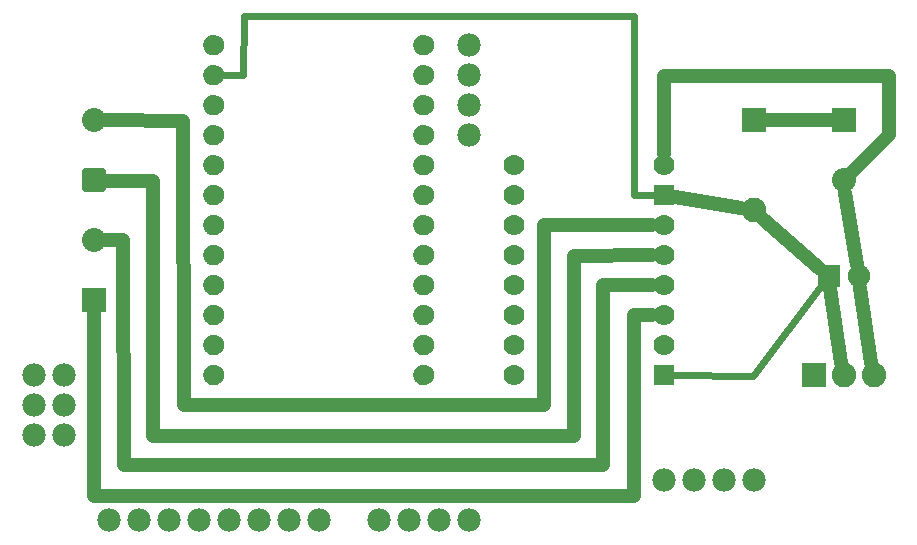
<source format=gbl>
G04 MADE WITH FRITZING*
G04 WWW.FRITZING.ORG*
G04 DOUBLE SIDED*
G04 HOLES PLATED*
G04 CONTOUR ON CENTER OF CONTOUR VECTOR*
%ASAXBY*%
%FSLAX23Y23*%
%MOIN*%
%OFA0B0*%
%SFA1.0B1.0*%
%ADD10C,0.068000*%
%ADD11C,0.082000*%
%ADD12C,0.078000*%
%ADD13C,0.080000*%
%ADD14C,0.070000*%
%ADD15C,0.075000*%
%ADD16R,0.082000X0.082000*%
%ADD17R,0.080000X0.080000*%
%ADD18R,0.070000X0.070000*%
%ADD19R,0.075000X0.075000*%
%ADD20C,0.048000*%
%ADD21C,0.024000*%
%ADD22C,0.020000*%
%ADD23R,0.001000X0.001000*%
%LNCOPPER0*%
G90*
G70*
G54D10*
X1425Y752D03*
X1425Y852D03*
X1425Y652D03*
X1425Y552D03*
X1425Y952D03*
X1425Y1052D03*
X1425Y1152D03*
X1425Y1252D03*
X1425Y1352D03*
X1425Y1452D03*
X1425Y1552D03*
X1425Y1652D03*
X725Y852D03*
X725Y752D03*
X725Y652D03*
X725Y552D03*
X725Y952D03*
X725Y1052D03*
X725Y1152D03*
X725Y1252D03*
X725Y1452D03*
X725Y1352D03*
X725Y1552D03*
X725Y1652D03*
G54D11*
X2725Y552D03*
X2825Y552D03*
X2925Y552D03*
G54D12*
X1575Y1352D03*
X1575Y1452D03*
X1575Y1552D03*
X1575Y1652D03*
X125Y552D03*
X125Y452D03*
X125Y352D03*
X125Y552D03*
X125Y452D03*
X125Y352D03*
X225Y352D03*
X225Y452D03*
X225Y552D03*
G54D11*
X2525Y1402D03*
X2525Y1104D03*
G54D13*
X325Y802D03*
X325Y1002D03*
X325Y1202D03*
X325Y1402D03*
G54D14*
X1725Y1252D03*
X2225Y1252D03*
X1725Y1152D03*
X2225Y1152D03*
X1725Y1052D03*
X2225Y1052D03*
X1725Y952D03*
X2225Y952D03*
X1725Y852D03*
X2225Y852D03*
X1725Y752D03*
X2225Y752D03*
X1725Y652D03*
X2225Y652D03*
X1725Y552D03*
X2225Y552D03*
G54D12*
X2525Y202D03*
X2425Y202D03*
X2325Y202D03*
X2225Y202D03*
G54D13*
X2825Y1402D03*
X2825Y1202D03*
G54D15*
X2775Y882D03*
X2875Y882D03*
G54D12*
X1075Y70D03*
X975Y70D03*
X875Y70D03*
X775Y70D03*
X675Y70D03*
X575Y70D03*
X475Y70D03*
X375Y70D03*
X1575Y69D03*
X1475Y69D03*
X1375Y69D03*
X1275Y69D03*
G54D16*
X2725Y552D03*
X2525Y1403D03*
G54D17*
X325Y802D03*
G54D18*
X2225Y552D03*
X2225Y1152D03*
G54D17*
X2825Y1402D03*
G54D19*
X2775Y882D03*
G54D20*
X1826Y1052D02*
X2188Y1052D01*
D02*
X624Y1401D02*
X625Y452D01*
D02*
X1826Y452D02*
X1826Y1052D01*
D02*
X625Y452D02*
X1826Y452D01*
D02*
X367Y1402D02*
X624Y1401D01*
D02*
X1927Y950D02*
X2188Y952D01*
D02*
X524Y1200D02*
X523Y350D01*
D02*
X1927Y350D02*
X1927Y950D01*
D02*
X523Y350D02*
X1927Y350D01*
D02*
X367Y1201D02*
X524Y1200D01*
D02*
X2126Y752D02*
X2188Y752D01*
D02*
X2126Y151D02*
X2126Y752D01*
D02*
X325Y151D02*
X2126Y151D01*
D02*
X325Y760D02*
X325Y151D01*
D02*
X2024Y853D02*
X2188Y852D01*
D02*
X424Y1004D02*
X427Y253D01*
D02*
X2024Y253D02*
X2024Y853D01*
D02*
X427Y253D02*
X2024Y253D01*
D02*
X367Y1003D02*
X424Y1004D01*
G54D21*
D02*
X2758Y859D02*
X2524Y551D01*
D02*
X2524Y551D02*
X2251Y552D01*
G54D20*
D02*
X2818Y595D02*
X2781Y843D01*
D02*
X2745Y908D02*
X2557Y1075D01*
D02*
X2262Y1146D02*
X2482Y1111D01*
D02*
X2225Y1289D02*
X2227Y1550D01*
D02*
X2227Y1550D02*
X2975Y1550D01*
D02*
X2975Y1550D02*
X2975Y1352D01*
D02*
X2975Y1352D02*
X2855Y1232D01*
D02*
X2568Y1402D02*
X2783Y1402D01*
D02*
X2869Y921D02*
X2831Y1160D01*
D02*
X2918Y595D02*
X2881Y843D01*
G54D21*
D02*
X2126Y1750D02*
X2126Y1154D01*
D02*
X2126Y1154D02*
X2199Y1152D01*
D02*
X825Y1750D02*
X2126Y1750D01*
D02*
X824Y1553D02*
X825Y1750D01*
D02*
X754Y1552D02*
X824Y1553D01*
G54D22*
X295Y1172D02*
X295Y1232D01*
X355Y1232D01*
X355Y1172D01*
X295Y1172D01*
D02*
G54D23*
X719Y1686D02*
X730Y1686D01*
X1419Y1686D02*
X1430Y1686D01*
X715Y1685D02*
X734Y1685D01*
X1415Y1685D02*
X1434Y1685D01*
X712Y1684D02*
X737Y1684D01*
X1412Y1684D02*
X1436Y1684D01*
X710Y1683D02*
X739Y1683D01*
X1410Y1683D02*
X1439Y1683D01*
X708Y1682D02*
X741Y1682D01*
X1408Y1682D02*
X1441Y1682D01*
X707Y1681D02*
X742Y1681D01*
X1406Y1681D02*
X1442Y1681D01*
X705Y1680D02*
X744Y1680D01*
X1405Y1680D02*
X1444Y1680D01*
X704Y1679D02*
X745Y1679D01*
X1404Y1679D02*
X1445Y1679D01*
X702Y1678D02*
X746Y1678D01*
X1402Y1678D02*
X1446Y1678D01*
X701Y1677D02*
X748Y1677D01*
X1401Y1677D02*
X1447Y1677D01*
X700Y1676D02*
X749Y1676D01*
X1400Y1676D02*
X1448Y1676D01*
X699Y1675D02*
X749Y1675D01*
X1399Y1675D02*
X1449Y1675D01*
X699Y1674D02*
X750Y1674D01*
X1399Y1674D02*
X1450Y1674D01*
X698Y1673D02*
X751Y1673D01*
X1398Y1673D02*
X1451Y1673D01*
X697Y1672D02*
X752Y1672D01*
X1397Y1672D02*
X1452Y1672D01*
X697Y1671D02*
X752Y1671D01*
X1396Y1671D02*
X1452Y1671D01*
X696Y1670D02*
X719Y1670D01*
X730Y1670D02*
X753Y1670D01*
X1396Y1670D02*
X1419Y1670D01*
X1430Y1670D02*
X1453Y1670D01*
X695Y1669D02*
X716Y1669D01*
X733Y1669D02*
X753Y1669D01*
X1395Y1669D02*
X1416Y1669D01*
X1433Y1669D02*
X1453Y1669D01*
X695Y1668D02*
X715Y1668D01*
X734Y1668D02*
X754Y1668D01*
X1395Y1668D02*
X1414Y1668D01*
X1434Y1668D02*
X1454Y1668D01*
X694Y1667D02*
X713Y1667D01*
X736Y1667D02*
X754Y1667D01*
X1394Y1667D02*
X1413Y1667D01*
X1436Y1667D02*
X1454Y1667D01*
X694Y1666D02*
X712Y1666D01*
X737Y1666D02*
X755Y1666D01*
X1394Y1666D02*
X1412Y1666D01*
X1437Y1666D02*
X1455Y1666D01*
X693Y1665D02*
X711Y1665D01*
X738Y1665D02*
X755Y1665D01*
X1393Y1665D02*
X1411Y1665D01*
X1438Y1665D02*
X1455Y1665D01*
X693Y1664D02*
X710Y1664D01*
X739Y1664D02*
X756Y1664D01*
X1393Y1664D02*
X1410Y1664D01*
X1439Y1664D02*
X1456Y1664D01*
X693Y1663D02*
X709Y1663D01*
X740Y1663D02*
X756Y1663D01*
X1393Y1663D02*
X1409Y1663D01*
X1439Y1663D02*
X1456Y1663D01*
X692Y1662D02*
X709Y1662D01*
X740Y1662D02*
X756Y1662D01*
X1392Y1662D02*
X1408Y1662D01*
X1440Y1662D02*
X1456Y1662D01*
X692Y1661D02*
X708Y1661D01*
X741Y1661D02*
X757Y1661D01*
X1392Y1661D02*
X1408Y1661D01*
X1441Y1661D02*
X1456Y1661D01*
X692Y1660D02*
X707Y1660D01*
X741Y1660D02*
X757Y1660D01*
X1392Y1660D02*
X1407Y1660D01*
X1441Y1660D02*
X1457Y1660D01*
X692Y1659D02*
X707Y1659D01*
X742Y1659D02*
X757Y1659D01*
X1391Y1659D02*
X1407Y1659D01*
X1442Y1659D02*
X1457Y1659D01*
X691Y1658D02*
X707Y1658D01*
X742Y1658D02*
X757Y1658D01*
X1391Y1658D02*
X1406Y1658D01*
X1442Y1658D02*
X1457Y1658D01*
X691Y1657D02*
X706Y1657D01*
X742Y1657D02*
X757Y1657D01*
X1391Y1657D02*
X1406Y1657D01*
X1442Y1657D02*
X1457Y1657D01*
X691Y1656D02*
X706Y1656D01*
X743Y1656D02*
X758Y1656D01*
X1391Y1656D02*
X1406Y1656D01*
X1442Y1656D02*
X1457Y1656D01*
X691Y1655D02*
X706Y1655D01*
X743Y1655D02*
X758Y1655D01*
X1391Y1655D02*
X1406Y1655D01*
X1442Y1655D02*
X1458Y1655D01*
X691Y1654D02*
X706Y1654D01*
X743Y1654D02*
X758Y1654D01*
X1391Y1654D02*
X1406Y1654D01*
X1443Y1654D02*
X1458Y1654D01*
X691Y1653D02*
X706Y1653D01*
X743Y1653D02*
X758Y1653D01*
X1391Y1653D02*
X1406Y1653D01*
X1443Y1653D02*
X1458Y1653D01*
X691Y1652D02*
X706Y1652D01*
X743Y1652D02*
X758Y1652D01*
X1391Y1652D02*
X1406Y1652D01*
X1443Y1652D02*
X1458Y1652D01*
X691Y1651D02*
X706Y1651D01*
X743Y1651D02*
X758Y1651D01*
X1391Y1651D02*
X1406Y1651D01*
X1443Y1651D02*
X1458Y1651D01*
X691Y1650D02*
X706Y1650D01*
X743Y1650D02*
X758Y1650D01*
X1391Y1650D02*
X1406Y1650D01*
X1442Y1650D02*
X1458Y1650D01*
X691Y1649D02*
X706Y1649D01*
X743Y1649D02*
X758Y1649D01*
X1391Y1649D02*
X1406Y1649D01*
X1442Y1649D02*
X1457Y1649D01*
X691Y1648D02*
X706Y1648D01*
X742Y1648D02*
X757Y1648D01*
X1391Y1648D02*
X1406Y1648D01*
X1442Y1648D02*
X1457Y1648D01*
X691Y1647D02*
X707Y1647D01*
X742Y1647D02*
X757Y1647D01*
X1391Y1647D02*
X1406Y1647D01*
X1442Y1647D02*
X1457Y1647D01*
X692Y1646D02*
X707Y1646D01*
X742Y1646D02*
X757Y1646D01*
X1391Y1646D02*
X1407Y1646D01*
X1442Y1646D02*
X1457Y1646D01*
X692Y1645D02*
X707Y1645D01*
X741Y1645D02*
X757Y1645D01*
X1392Y1645D02*
X1407Y1645D01*
X1441Y1645D02*
X1457Y1645D01*
X692Y1644D02*
X708Y1644D01*
X741Y1644D02*
X757Y1644D01*
X1392Y1644D02*
X1408Y1644D01*
X1441Y1644D02*
X1456Y1644D01*
X692Y1643D02*
X708Y1643D01*
X740Y1643D02*
X756Y1643D01*
X1392Y1643D02*
X1408Y1643D01*
X1440Y1643D02*
X1456Y1643D01*
X693Y1642D02*
X709Y1642D01*
X740Y1642D02*
X756Y1642D01*
X1392Y1642D02*
X1409Y1642D01*
X1440Y1642D02*
X1456Y1642D01*
X693Y1641D02*
X710Y1641D01*
X739Y1641D02*
X756Y1641D01*
X1393Y1641D02*
X1410Y1641D01*
X1439Y1641D02*
X1456Y1641D01*
X693Y1640D02*
X711Y1640D01*
X738Y1640D02*
X755Y1640D01*
X1393Y1640D02*
X1411Y1640D01*
X1438Y1640D02*
X1455Y1640D01*
X694Y1639D02*
X712Y1639D01*
X737Y1639D02*
X755Y1639D01*
X1394Y1639D02*
X1412Y1639D01*
X1437Y1639D02*
X1455Y1639D01*
X694Y1638D02*
X713Y1638D01*
X736Y1638D02*
X755Y1638D01*
X1394Y1638D02*
X1413Y1638D01*
X1436Y1638D02*
X1454Y1638D01*
X695Y1637D02*
X715Y1637D01*
X734Y1637D02*
X754Y1637D01*
X1395Y1637D02*
X1415Y1637D01*
X1434Y1637D02*
X1454Y1637D01*
X695Y1636D02*
X717Y1636D01*
X732Y1636D02*
X754Y1636D01*
X1395Y1636D02*
X1416Y1636D01*
X1432Y1636D02*
X1453Y1636D01*
X696Y1635D02*
X720Y1635D01*
X729Y1635D02*
X753Y1635D01*
X1396Y1635D02*
X1420Y1635D01*
X1429Y1635D02*
X1453Y1635D01*
X696Y1634D02*
X752Y1634D01*
X1396Y1634D02*
X1452Y1634D01*
X697Y1633D02*
X752Y1633D01*
X1397Y1633D02*
X1452Y1633D01*
X698Y1632D02*
X751Y1632D01*
X1398Y1632D02*
X1451Y1632D01*
X699Y1631D02*
X750Y1631D01*
X1398Y1631D02*
X1450Y1631D01*
X699Y1630D02*
X749Y1630D01*
X1399Y1630D02*
X1449Y1630D01*
X700Y1629D02*
X749Y1629D01*
X1400Y1629D02*
X1448Y1629D01*
X701Y1628D02*
X748Y1628D01*
X1401Y1628D02*
X1448Y1628D01*
X702Y1627D02*
X747Y1627D01*
X1402Y1627D02*
X1446Y1627D01*
X704Y1626D02*
X745Y1626D01*
X1404Y1626D02*
X1445Y1626D01*
X705Y1625D02*
X744Y1625D01*
X1405Y1625D02*
X1444Y1625D01*
X707Y1624D02*
X742Y1624D01*
X1407Y1624D02*
X1442Y1624D01*
X708Y1623D02*
X741Y1623D01*
X1408Y1623D02*
X1440Y1623D01*
X710Y1622D02*
X739Y1622D01*
X1410Y1622D02*
X1438Y1622D01*
X713Y1621D02*
X736Y1621D01*
X1413Y1621D02*
X1436Y1621D01*
X716Y1620D02*
X733Y1620D01*
X1416Y1620D02*
X1433Y1620D01*
X721Y1619D02*
X728Y1619D01*
X1420Y1619D02*
X1428Y1619D01*
X719Y1586D02*
X730Y1586D01*
X1418Y1586D02*
X1430Y1586D01*
X715Y1585D02*
X734Y1585D01*
X1415Y1585D02*
X1434Y1585D01*
X712Y1584D02*
X737Y1584D01*
X1412Y1584D02*
X1437Y1584D01*
X710Y1583D02*
X739Y1583D01*
X1410Y1583D02*
X1439Y1583D01*
X708Y1582D02*
X741Y1582D01*
X1408Y1582D02*
X1441Y1582D01*
X706Y1581D02*
X743Y1581D01*
X1406Y1581D02*
X1442Y1581D01*
X705Y1580D02*
X744Y1580D01*
X1405Y1580D02*
X1444Y1580D01*
X704Y1579D02*
X745Y1579D01*
X1404Y1579D02*
X1445Y1579D01*
X702Y1578D02*
X747Y1578D01*
X1402Y1578D02*
X1446Y1578D01*
X701Y1577D02*
X748Y1577D01*
X1401Y1577D02*
X1447Y1577D01*
X700Y1576D02*
X749Y1576D01*
X1400Y1576D02*
X1448Y1576D01*
X699Y1575D02*
X749Y1575D01*
X1399Y1575D02*
X1449Y1575D01*
X699Y1574D02*
X750Y1574D01*
X1398Y1574D02*
X1450Y1574D01*
X698Y1573D02*
X751Y1573D01*
X1398Y1573D02*
X1451Y1573D01*
X697Y1572D02*
X752Y1572D01*
X1397Y1572D02*
X1452Y1572D01*
X696Y1571D02*
X752Y1571D01*
X1396Y1571D02*
X1452Y1571D01*
X696Y1570D02*
X719Y1570D01*
X730Y1570D02*
X753Y1570D01*
X1396Y1570D02*
X1419Y1570D01*
X1430Y1570D02*
X1453Y1570D01*
X695Y1569D02*
X716Y1569D01*
X733Y1569D02*
X754Y1569D01*
X1395Y1569D02*
X1416Y1569D01*
X1433Y1569D02*
X1453Y1569D01*
X695Y1568D02*
X715Y1568D01*
X735Y1568D02*
X754Y1568D01*
X1395Y1568D02*
X1414Y1568D01*
X1434Y1568D02*
X1454Y1568D01*
X694Y1567D02*
X713Y1567D01*
X736Y1567D02*
X754Y1567D01*
X1394Y1567D02*
X1413Y1567D01*
X1436Y1567D02*
X1454Y1567D01*
X694Y1566D02*
X712Y1566D01*
X737Y1566D02*
X755Y1566D01*
X1394Y1566D02*
X1412Y1566D01*
X1437Y1566D02*
X1455Y1566D01*
X693Y1565D02*
X711Y1565D01*
X738Y1565D02*
X755Y1565D01*
X1393Y1565D02*
X1411Y1565D01*
X1438Y1565D02*
X1455Y1565D01*
X693Y1564D02*
X710Y1564D01*
X739Y1564D02*
X756Y1564D01*
X1393Y1564D02*
X1410Y1564D01*
X1439Y1564D02*
X1456Y1564D01*
X693Y1563D02*
X709Y1563D01*
X740Y1563D02*
X756Y1563D01*
X1392Y1563D02*
X1409Y1563D01*
X1440Y1563D02*
X1456Y1563D01*
X692Y1562D02*
X709Y1562D01*
X740Y1562D02*
X756Y1562D01*
X1392Y1562D02*
X1408Y1562D01*
X1440Y1562D02*
X1456Y1562D01*
X692Y1561D02*
X708Y1561D01*
X741Y1561D02*
X757Y1561D01*
X1392Y1561D02*
X1408Y1561D01*
X1441Y1561D02*
X1456Y1561D01*
X692Y1560D02*
X707Y1560D01*
X741Y1560D02*
X757Y1560D01*
X1392Y1560D02*
X1407Y1560D01*
X1441Y1560D02*
X1457Y1560D01*
X692Y1559D02*
X707Y1559D01*
X742Y1559D02*
X757Y1559D01*
X1391Y1559D02*
X1407Y1559D01*
X1442Y1559D02*
X1457Y1559D01*
X691Y1558D02*
X707Y1558D01*
X742Y1558D02*
X757Y1558D01*
X1391Y1558D02*
X1406Y1558D01*
X1442Y1558D02*
X1457Y1558D01*
X691Y1557D02*
X706Y1557D01*
X742Y1557D02*
X757Y1557D01*
X1391Y1557D02*
X1406Y1557D01*
X1442Y1557D02*
X1457Y1557D01*
X691Y1556D02*
X706Y1556D01*
X743Y1556D02*
X758Y1556D01*
X1391Y1556D02*
X1406Y1556D01*
X1442Y1556D02*
X1457Y1556D01*
X691Y1555D02*
X706Y1555D01*
X743Y1555D02*
X758Y1555D01*
X1391Y1555D02*
X1406Y1555D01*
X1442Y1555D02*
X1458Y1555D01*
X691Y1554D02*
X706Y1554D01*
X743Y1554D02*
X758Y1554D01*
X1391Y1554D02*
X1406Y1554D01*
X1443Y1554D02*
X1458Y1554D01*
X691Y1553D02*
X706Y1553D01*
X743Y1553D02*
X758Y1553D01*
X1391Y1553D02*
X1406Y1553D01*
X1443Y1553D02*
X1458Y1553D01*
X691Y1552D02*
X706Y1552D01*
X743Y1552D02*
X758Y1552D01*
X1391Y1552D02*
X1406Y1552D01*
X1443Y1552D02*
X1458Y1552D01*
X691Y1551D02*
X706Y1551D01*
X743Y1551D02*
X758Y1551D01*
X1391Y1551D02*
X1406Y1551D01*
X1443Y1551D02*
X1458Y1551D01*
X691Y1550D02*
X706Y1550D01*
X743Y1550D02*
X758Y1550D01*
X1391Y1550D02*
X1406Y1550D01*
X1442Y1550D02*
X1458Y1550D01*
X691Y1549D02*
X706Y1549D01*
X743Y1549D02*
X758Y1549D01*
X1391Y1549D02*
X1406Y1549D01*
X1442Y1549D02*
X1457Y1549D01*
X691Y1548D02*
X706Y1548D01*
X742Y1548D02*
X757Y1548D01*
X1391Y1548D02*
X1406Y1548D01*
X1442Y1548D02*
X1457Y1548D01*
X691Y1547D02*
X707Y1547D01*
X742Y1547D02*
X757Y1547D01*
X1391Y1547D02*
X1406Y1547D01*
X1442Y1547D02*
X1457Y1547D01*
X692Y1546D02*
X707Y1546D01*
X742Y1546D02*
X757Y1546D01*
X1391Y1546D02*
X1407Y1546D01*
X1442Y1546D02*
X1457Y1546D01*
X692Y1545D02*
X707Y1545D01*
X741Y1545D02*
X757Y1545D01*
X1392Y1545D02*
X1407Y1545D01*
X1441Y1545D02*
X1457Y1545D01*
X692Y1544D02*
X708Y1544D01*
X741Y1544D02*
X757Y1544D01*
X1392Y1544D02*
X1408Y1544D01*
X1441Y1544D02*
X1456Y1544D01*
X692Y1543D02*
X708Y1543D01*
X740Y1543D02*
X756Y1543D01*
X1392Y1543D02*
X1408Y1543D01*
X1440Y1543D02*
X1456Y1543D01*
X693Y1542D02*
X709Y1542D01*
X740Y1542D02*
X756Y1542D01*
X1392Y1542D02*
X1409Y1542D01*
X1440Y1542D02*
X1456Y1542D01*
X693Y1541D02*
X710Y1541D01*
X739Y1541D02*
X756Y1541D01*
X1393Y1541D02*
X1410Y1541D01*
X1439Y1541D02*
X1456Y1541D01*
X693Y1540D02*
X711Y1540D01*
X738Y1540D02*
X755Y1540D01*
X1393Y1540D02*
X1411Y1540D01*
X1438Y1540D02*
X1455Y1540D01*
X694Y1539D02*
X712Y1539D01*
X737Y1539D02*
X755Y1539D01*
X1394Y1539D02*
X1412Y1539D01*
X1437Y1539D02*
X1455Y1539D01*
X694Y1538D02*
X713Y1538D01*
X736Y1538D02*
X754Y1538D01*
X1394Y1538D02*
X1413Y1538D01*
X1436Y1538D02*
X1454Y1538D01*
X695Y1537D02*
X715Y1537D01*
X734Y1537D02*
X754Y1537D01*
X1395Y1537D02*
X1415Y1537D01*
X1434Y1537D02*
X1454Y1537D01*
X695Y1536D02*
X717Y1536D01*
X732Y1536D02*
X754Y1536D01*
X1395Y1536D02*
X1417Y1536D01*
X1432Y1536D02*
X1453Y1536D01*
X696Y1535D02*
X720Y1535D01*
X729Y1535D02*
X753Y1535D01*
X1396Y1535D02*
X1420Y1535D01*
X1428Y1535D02*
X1453Y1535D01*
X696Y1534D02*
X752Y1534D01*
X1396Y1534D02*
X1452Y1534D01*
X697Y1533D02*
X752Y1533D01*
X1397Y1533D02*
X1452Y1533D01*
X698Y1532D02*
X751Y1532D01*
X1398Y1532D02*
X1451Y1532D01*
X699Y1531D02*
X750Y1531D01*
X1398Y1531D02*
X1450Y1531D01*
X699Y1530D02*
X749Y1530D01*
X1399Y1530D02*
X1449Y1530D01*
X700Y1529D02*
X749Y1529D01*
X1400Y1529D02*
X1448Y1529D01*
X701Y1528D02*
X748Y1528D01*
X1401Y1528D02*
X1447Y1528D01*
X703Y1527D02*
X746Y1527D01*
X1402Y1527D02*
X1446Y1527D01*
X704Y1526D02*
X745Y1526D01*
X1404Y1526D02*
X1445Y1526D01*
X705Y1525D02*
X744Y1525D01*
X1405Y1525D02*
X1444Y1525D01*
X707Y1524D02*
X742Y1524D01*
X1407Y1524D02*
X1442Y1524D01*
X708Y1523D02*
X741Y1523D01*
X1408Y1523D02*
X1440Y1523D01*
X711Y1522D02*
X738Y1522D01*
X1410Y1522D02*
X1438Y1522D01*
X713Y1521D02*
X736Y1521D01*
X1413Y1521D02*
X1436Y1521D01*
X716Y1520D02*
X733Y1520D01*
X1416Y1520D02*
X1433Y1520D01*
X721Y1519D02*
X728Y1519D01*
X1421Y1519D02*
X1428Y1519D01*
X718Y1486D02*
X730Y1486D01*
X1418Y1486D02*
X1430Y1486D01*
X715Y1485D02*
X734Y1485D01*
X1415Y1485D02*
X1434Y1485D01*
X712Y1484D02*
X737Y1484D01*
X1412Y1484D02*
X1437Y1484D01*
X710Y1483D02*
X739Y1483D01*
X1410Y1483D02*
X1439Y1483D01*
X708Y1482D02*
X741Y1482D01*
X1408Y1482D02*
X1441Y1482D01*
X706Y1481D02*
X743Y1481D01*
X1406Y1481D02*
X1442Y1481D01*
X705Y1480D02*
X744Y1480D01*
X1405Y1480D02*
X1444Y1480D01*
X704Y1479D02*
X745Y1479D01*
X1403Y1479D02*
X1445Y1479D01*
X702Y1478D02*
X747Y1478D01*
X1402Y1478D02*
X1446Y1478D01*
X701Y1477D02*
X748Y1477D01*
X1401Y1477D02*
X1448Y1477D01*
X700Y1476D02*
X749Y1476D01*
X1400Y1476D02*
X1449Y1476D01*
X699Y1475D02*
X750Y1475D01*
X1399Y1475D02*
X1449Y1475D01*
X699Y1474D02*
X750Y1474D01*
X1398Y1474D02*
X1450Y1474D01*
X698Y1473D02*
X751Y1473D01*
X1398Y1473D02*
X1451Y1473D01*
X697Y1472D02*
X752Y1472D01*
X1397Y1472D02*
X1452Y1472D01*
X696Y1471D02*
X752Y1471D01*
X1396Y1471D02*
X1452Y1471D01*
X696Y1470D02*
X719Y1470D01*
X730Y1470D02*
X753Y1470D01*
X1396Y1470D02*
X1419Y1470D01*
X1430Y1470D02*
X1453Y1470D01*
X695Y1469D02*
X716Y1469D01*
X733Y1469D02*
X754Y1469D01*
X1395Y1469D02*
X1416Y1469D01*
X1433Y1469D02*
X1453Y1469D01*
X695Y1468D02*
X714Y1468D01*
X735Y1468D02*
X754Y1468D01*
X1395Y1468D02*
X1414Y1468D01*
X1434Y1468D02*
X1454Y1468D01*
X694Y1467D02*
X713Y1467D01*
X736Y1467D02*
X754Y1467D01*
X1394Y1467D02*
X1413Y1467D01*
X1436Y1467D02*
X1454Y1467D01*
X694Y1466D02*
X712Y1466D01*
X737Y1466D02*
X755Y1466D01*
X1394Y1466D02*
X1412Y1466D01*
X1437Y1466D02*
X1455Y1466D01*
X693Y1465D02*
X711Y1465D01*
X738Y1465D02*
X755Y1465D01*
X1393Y1465D02*
X1411Y1465D01*
X1438Y1465D02*
X1455Y1465D01*
X693Y1464D02*
X710Y1464D01*
X739Y1464D02*
X756Y1464D01*
X1393Y1464D02*
X1410Y1464D01*
X1439Y1464D02*
X1456Y1464D01*
X693Y1463D02*
X709Y1463D01*
X740Y1463D02*
X756Y1463D01*
X1392Y1463D02*
X1409Y1463D01*
X1440Y1463D02*
X1456Y1463D01*
X692Y1462D02*
X708Y1462D01*
X740Y1462D02*
X756Y1462D01*
X1392Y1462D02*
X1408Y1462D01*
X1440Y1462D02*
X1456Y1462D01*
X692Y1461D02*
X708Y1461D01*
X741Y1461D02*
X757Y1461D01*
X1392Y1461D02*
X1408Y1461D01*
X1441Y1461D02*
X1456Y1461D01*
X692Y1460D02*
X707Y1460D01*
X741Y1460D02*
X757Y1460D01*
X1392Y1460D02*
X1407Y1460D01*
X1441Y1460D02*
X1457Y1460D01*
X691Y1459D02*
X707Y1459D01*
X742Y1459D02*
X757Y1459D01*
X1391Y1459D02*
X1407Y1459D01*
X1442Y1459D02*
X1457Y1459D01*
X691Y1458D02*
X707Y1458D01*
X742Y1458D02*
X757Y1458D01*
X1391Y1458D02*
X1406Y1458D01*
X1442Y1458D02*
X1457Y1458D01*
X691Y1457D02*
X706Y1457D01*
X742Y1457D02*
X757Y1457D01*
X1391Y1457D02*
X1406Y1457D01*
X1442Y1457D02*
X1457Y1457D01*
X691Y1456D02*
X706Y1456D01*
X743Y1456D02*
X758Y1456D01*
X1391Y1456D02*
X1406Y1456D01*
X1442Y1456D02*
X1457Y1456D01*
X691Y1455D02*
X706Y1455D01*
X743Y1455D02*
X758Y1455D01*
X1391Y1455D02*
X1406Y1455D01*
X1442Y1455D02*
X1458Y1455D01*
X691Y1454D02*
X706Y1454D01*
X743Y1454D02*
X758Y1454D01*
X1391Y1454D02*
X1406Y1454D01*
X1443Y1454D02*
X1458Y1454D01*
X691Y1453D02*
X706Y1453D01*
X743Y1453D02*
X758Y1453D01*
X1391Y1453D02*
X1406Y1453D01*
X1443Y1453D02*
X1458Y1453D01*
X691Y1452D02*
X706Y1452D01*
X743Y1452D02*
X758Y1452D01*
X1391Y1452D02*
X1406Y1452D01*
X1443Y1452D02*
X1458Y1452D01*
X691Y1451D02*
X706Y1451D01*
X743Y1451D02*
X758Y1451D01*
X1391Y1451D02*
X1406Y1451D01*
X1443Y1451D02*
X1458Y1451D01*
X691Y1450D02*
X706Y1450D01*
X743Y1450D02*
X758Y1450D01*
X1391Y1450D02*
X1406Y1450D01*
X1442Y1450D02*
X1458Y1450D01*
X691Y1449D02*
X706Y1449D01*
X743Y1449D02*
X758Y1449D01*
X1391Y1449D02*
X1406Y1449D01*
X1442Y1449D02*
X1457Y1449D01*
X691Y1448D02*
X706Y1448D01*
X742Y1448D02*
X757Y1448D01*
X1391Y1448D02*
X1406Y1448D01*
X1442Y1448D02*
X1457Y1448D01*
X691Y1447D02*
X707Y1447D01*
X742Y1447D02*
X757Y1447D01*
X1391Y1447D02*
X1406Y1447D01*
X1442Y1447D02*
X1457Y1447D01*
X692Y1446D02*
X707Y1446D01*
X742Y1446D02*
X757Y1446D01*
X1391Y1446D02*
X1407Y1446D01*
X1442Y1446D02*
X1457Y1446D01*
X692Y1445D02*
X707Y1445D01*
X741Y1445D02*
X757Y1445D01*
X1392Y1445D02*
X1407Y1445D01*
X1441Y1445D02*
X1457Y1445D01*
X692Y1444D02*
X708Y1444D01*
X741Y1444D02*
X757Y1444D01*
X1392Y1444D02*
X1408Y1444D01*
X1441Y1444D02*
X1456Y1444D01*
X692Y1443D02*
X708Y1443D01*
X740Y1443D02*
X756Y1443D01*
X1392Y1443D02*
X1408Y1443D01*
X1440Y1443D02*
X1456Y1443D01*
X693Y1442D02*
X709Y1442D01*
X740Y1442D02*
X756Y1442D01*
X1393Y1442D02*
X1409Y1442D01*
X1440Y1442D02*
X1456Y1442D01*
X693Y1441D02*
X710Y1441D01*
X739Y1441D02*
X756Y1441D01*
X1393Y1441D02*
X1410Y1441D01*
X1439Y1441D02*
X1456Y1441D01*
X693Y1440D02*
X711Y1440D01*
X738Y1440D02*
X755Y1440D01*
X1393Y1440D02*
X1411Y1440D01*
X1438Y1440D02*
X1455Y1440D01*
X694Y1439D02*
X712Y1439D01*
X737Y1439D02*
X755Y1439D01*
X1394Y1439D02*
X1412Y1439D01*
X1437Y1439D02*
X1455Y1439D01*
X694Y1438D02*
X713Y1438D01*
X736Y1438D02*
X754Y1438D01*
X1394Y1438D02*
X1413Y1438D01*
X1436Y1438D02*
X1454Y1438D01*
X695Y1437D02*
X715Y1437D01*
X734Y1437D02*
X754Y1437D01*
X1395Y1437D02*
X1415Y1437D01*
X1434Y1437D02*
X1454Y1437D01*
X695Y1436D02*
X717Y1436D01*
X732Y1436D02*
X754Y1436D01*
X1395Y1436D02*
X1417Y1436D01*
X1432Y1436D02*
X1453Y1436D01*
X696Y1435D02*
X721Y1435D01*
X728Y1435D02*
X753Y1435D01*
X1396Y1435D02*
X1420Y1435D01*
X1428Y1435D02*
X1453Y1435D01*
X696Y1434D02*
X752Y1434D01*
X1396Y1434D02*
X1452Y1434D01*
X697Y1433D02*
X752Y1433D01*
X1397Y1433D02*
X1452Y1433D01*
X698Y1432D02*
X751Y1432D01*
X1398Y1432D02*
X1451Y1432D01*
X699Y1431D02*
X750Y1431D01*
X1398Y1431D02*
X1450Y1431D01*
X699Y1430D02*
X749Y1430D01*
X1399Y1430D02*
X1449Y1430D01*
X700Y1429D02*
X749Y1429D01*
X1400Y1429D02*
X1448Y1429D01*
X701Y1428D02*
X748Y1428D01*
X1401Y1428D02*
X1447Y1428D01*
X703Y1427D02*
X746Y1427D01*
X1402Y1427D02*
X1446Y1427D01*
X704Y1426D02*
X745Y1426D01*
X1404Y1426D02*
X1445Y1426D01*
X705Y1425D02*
X744Y1425D01*
X1405Y1425D02*
X1444Y1425D01*
X707Y1424D02*
X742Y1424D01*
X1407Y1424D02*
X1442Y1424D01*
X709Y1423D02*
X740Y1423D01*
X1408Y1423D02*
X1440Y1423D01*
X711Y1422D02*
X738Y1422D01*
X1410Y1422D02*
X1438Y1422D01*
X713Y1421D02*
X736Y1421D01*
X1413Y1421D02*
X1436Y1421D01*
X716Y1420D02*
X733Y1420D01*
X1416Y1420D02*
X1433Y1420D01*
X721Y1419D02*
X728Y1419D01*
X1421Y1419D02*
X1427Y1419D01*
X718Y1386D02*
X731Y1386D01*
X1418Y1386D02*
X1430Y1386D01*
X715Y1385D02*
X734Y1385D01*
X1415Y1385D02*
X1434Y1385D01*
X712Y1384D02*
X737Y1384D01*
X1412Y1384D02*
X1437Y1384D01*
X710Y1383D02*
X739Y1383D01*
X1410Y1383D02*
X1439Y1383D01*
X708Y1382D02*
X741Y1382D01*
X1408Y1382D02*
X1441Y1382D01*
X706Y1381D02*
X743Y1381D01*
X1406Y1381D02*
X1443Y1381D01*
X705Y1380D02*
X744Y1380D01*
X1405Y1380D02*
X1444Y1380D01*
X704Y1379D02*
X745Y1379D01*
X1403Y1379D02*
X1445Y1379D01*
X702Y1378D02*
X747Y1378D01*
X1402Y1378D02*
X1446Y1378D01*
X701Y1377D02*
X748Y1377D01*
X1401Y1377D02*
X1448Y1377D01*
X700Y1376D02*
X749Y1376D01*
X1400Y1376D02*
X1449Y1376D01*
X699Y1375D02*
X750Y1375D01*
X1399Y1375D02*
X1449Y1375D01*
X699Y1374D02*
X750Y1374D01*
X1398Y1374D02*
X1450Y1374D01*
X698Y1373D02*
X751Y1373D01*
X1398Y1373D02*
X1451Y1373D01*
X697Y1372D02*
X752Y1372D01*
X1397Y1372D02*
X1452Y1372D01*
X696Y1371D02*
X752Y1371D01*
X1396Y1371D02*
X1452Y1371D01*
X696Y1370D02*
X719Y1370D01*
X730Y1370D02*
X753Y1370D01*
X1396Y1370D02*
X1419Y1370D01*
X1430Y1370D02*
X1453Y1370D01*
X695Y1369D02*
X716Y1369D01*
X733Y1369D02*
X754Y1369D01*
X1395Y1369D02*
X1416Y1369D01*
X1433Y1369D02*
X1453Y1369D01*
X695Y1368D02*
X714Y1368D01*
X735Y1368D02*
X754Y1368D01*
X1395Y1368D02*
X1414Y1368D01*
X1435Y1368D02*
X1454Y1368D01*
X694Y1367D02*
X713Y1367D01*
X736Y1367D02*
X755Y1367D01*
X1394Y1367D02*
X1413Y1367D01*
X1436Y1367D02*
X1454Y1367D01*
X694Y1366D02*
X712Y1366D01*
X737Y1366D02*
X755Y1366D01*
X1394Y1366D02*
X1412Y1366D01*
X1437Y1366D02*
X1455Y1366D01*
X693Y1365D02*
X711Y1365D01*
X738Y1365D02*
X755Y1365D01*
X1393Y1365D02*
X1411Y1365D01*
X1438Y1365D02*
X1455Y1365D01*
X693Y1364D02*
X710Y1364D01*
X739Y1364D02*
X756Y1364D01*
X1393Y1364D02*
X1410Y1364D01*
X1439Y1364D02*
X1456Y1364D01*
X693Y1363D02*
X709Y1363D01*
X740Y1363D02*
X756Y1363D01*
X1392Y1363D02*
X1409Y1363D01*
X1440Y1363D02*
X1456Y1363D01*
X692Y1362D02*
X708Y1362D01*
X740Y1362D02*
X756Y1362D01*
X1392Y1362D02*
X1408Y1362D01*
X1440Y1362D02*
X1456Y1362D01*
X692Y1361D02*
X708Y1361D01*
X741Y1361D02*
X757Y1361D01*
X1392Y1361D02*
X1408Y1361D01*
X1441Y1361D02*
X1457Y1361D01*
X692Y1360D02*
X707Y1360D01*
X741Y1360D02*
X757Y1360D01*
X1392Y1360D02*
X1407Y1360D01*
X1441Y1360D02*
X1457Y1360D01*
X691Y1359D02*
X707Y1359D01*
X742Y1359D02*
X757Y1359D01*
X1391Y1359D02*
X1407Y1359D01*
X1442Y1359D02*
X1457Y1359D01*
X691Y1358D02*
X707Y1358D01*
X742Y1358D02*
X757Y1358D01*
X1391Y1358D02*
X1406Y1358D01*
X1442Y1358D02*
X1457Y1358D01*
X691Y1357D02*
X706Y1357D01*
X742Y1357D02*
X757Y1357D01*
X1391Y1357D02*
X1406Y1357D01*
X1442Y1357D02*
X1457Y1357D01*
X691Y1356D02*
X706Y1356D01*
X743Y1356D02*
X758Y1356D01*
X1391Y1356D02*
X1406Y1356D01*
X1442Y1356D02*
X1457Y1356D01*
X691Y1355D02*
X706Y1355D01*
X743Y1355D02*
X758Y1355D01*
X1391Y1355D02*
X1406Y1355D01*
X1442Y1355D02*
X1458Y1355D01*
X691Y1354D02*
X706Y1354D01*
X743Y1354D02*
X758Y1354D01*
X1391Y1354D02*
X1406Y1354D01*
X1443Y1354D02*
X1458Y1354D01*
X691Y1353D02*
X706Y1353D01*
X743Y1353D02*
X758Y1353D01*
X1391Y1353D02*
X1406Y1353D01*
X1443Y1353D02*
X1458Y1353D01*
X691Y1352D02*
X706Y1352D01*
X743Y1352D02*
X758Y1352D01*
X1391Y1352D02*
X1406Y1352D01*
X1443Y1352D02*
X1458Y1352D01*
X691Y1351D02*
X706Y1351D01*
X743Y1351D02*
X758Y1351D01*
X1391Y1351D02*
X1406Y1351D01*
X1443Y1351D02*
X1458Y1351D01*
X691Y1350D02*
X706Y1350D01*
X743Y1350D02*
X758Y1350D01*
X1391Y1350D02*
X1406Y1350D01*
X1442Y1350D02*
X1458Y1350D01*
X691Y1349D02*
X706Y1349D01*
X743Y1349D02*
X758Y1349D01*
X1391Y1349D02*
X1406Y1349D01*
X1442Y1349D02*
X1457Y1349D01*
X691Y1348D02*
X706Y1348D01*
X742Y1348D02*
X757Y1348D01*
X1391Y1348D02*
X1406Y1348D01*
X1442Y1348D02*
X1457Y1348D01*
X691Y1347D02*
X707Y1347D01*
X742Y1347D02*
X757Y1347D01*
X1391Y1347D02*
X1407Y1347D01*
X1442Y1347D02*
X1457Y1347D01*
X692Y1346D02*
X707Y1346D01*
X742Y1346D02*
X757Y1346D01*
X1391Y1346D02*
X1407Y1346D01*
X1442Y1346D02*
X1457Y1346D01*
X692Y1345D02*
X707Y1345D01*
X741Y1345D02*
X757Y1345D01*
X1392Y1345D02*
X1407Y1345D01*
X1441Y1345D02*
X1457Y1345D01*
X692Y1344D02*
X708Y1344D01*
X741Y1344D02*
X757Y1344D01*
X1392Y1344D02*
X1408Y1344D01*
X1441Y1344D02*
X1456Y1344D01*
X692Y1343D02*
X709Y1343D01*
X740Y1343D02*
X756Y1343D01*
X1392Y1343D02*
X1408Y1343D01*
X1440Y1343D02*
X1456Y1343D01*
X693Y1342D02*
X709Y1342D01*
X740Y1342D02*
X756Y1342D01*
X1393Y1342D02*
X1409Y1342D01*
X1439Y1342D02*
X1456Y1342D01*
X693Y1341D02*
X710Y1341D01*
X739Y1341D02*
X756Y1341D01*
X1393Y1341D02*
X1410Y1341D01*
X1439Y1341D02*
X1456Y1341D01*
X693Y1340D02*
X711Y1340D01*
X738Y1340D02*
X755Y1340D01*
X1393Y1340D02*
X1411Y1340D01*
X1438Y1340D02*
X1455Y1340D01*
X694Y1339D02*
X712Y1339D01*
X737Y1339D02*
X755Y1339D01*
X1394Y1339D02*
X1412Y1339D01*
X1437Y1339D02*
X1455Y1339D01*
X694Y1338D02*
X713Y1338D01*
X736Y1338D02*
X754Y1338D01*
X1394Y1338D02*
X1413Y1338D01*
X1435Y1338D02*
X1454Y1338D01*
X695Y1337D02*
X715Y1337D01*
X734Y1337D02*
X754Y1337D01*
X1395Y1337D02*
X1415Y1337D01*
X1434Y1337D02*
X1454Y1337D01*
X695Y1336D02*
X717Y1336D01*
X732Y1336D02*
X753Y1336D01*
X1395Y1336D02*
X1417Y1336D01*
X1432Y1336D02*
X1453Y1336D01*
X696Y1335D02*
X721Y1335D01*
X728Y1335D02*
X753Y1335D01*
X1396Y1335D02*
X1421Y1335D01*
X1428Y1335D02*
X1453Y1335D01*
X697Y1334D02*
X752Y1334D01*
X1396Y1334D02*
X1452Y1334D01*
X697Y1333D02*
X752Y1333D01*
X1397Y1333D02*
X1452Y1333D01*
X698Y1332D02*
X751Y1332D01*
X1398Y1332D02*
X1451Y1332D01*
X699Y1331D02*
X750Y1331D01*
X1399Y1331D02*
X1450Y1331D01*
X700Y1330D02*
X749Y1330D01*
X1399Y1330D02*
X1449Y1330D01*
X700Y1329D02*
X749Y1329D01*
X1400Y1329D02*
X1448Y1329D01*
X701Y1328D02*
X748Y1328D01*
X1401Y1328D02*
X1447Y1328D01*
X703Y1327D02*
X746Y1327D01*
X1402Y1327D02*
X1446Y1327D01*
X704Y1326D02*
X745Y1326D01*
X1404Y1326D02*
X1445Y1326D01*
X705Y1325D02*
X744Y1325D01*
X1405Y1325D02*
X1444Y1325D01*
X707Y1324D02*
X742Y1324D01*
X1407Y1324D02*
X1442Y1324D01*
X709Y1323D02*
X740Y1323D01*
X1408Y1323D02*
X1440Y1323D01*
X711Y1322D02*
X738Y1322D01*
X1411Y1322D02*
X1438Y1322D01*
X713Y1321D02*
X736Y1321D01*
X1413Y1321D02*
X1436Y1321D01*
X716Y1320D02*
X733Y1320D01*
X1416Y1320D02*
X1432Y1320D01*
X721Y1319D02*
X727Y1319D01*
X1421Y1319D02*
X1427Y1319D01*
X718Y1286D02*
X731Y1286D01*
X1418Y1286D02*
X1431Y1286D01*
X715Y1285D02*
X734Y1285D01*
X1414Y1285D02*
X1434Y1285D01*
X712Y1284D02*
X737Y1284D01*
X1412Y1284D02*
X1437Y1284D01*
X710Y1283D02*
X739Y1283D01*
X1410Y1283D02*
X1439Y1283D01*
X708Y1282D02*
X741Y1282D01*
X1408Y1282D02*
X1441Y1282D01*
X706Y1281D02*
X743Y1281D01*
X1406Y1281D02*
X1443Y1281D01*
X705Y1280D02*
X744Y1280D01*
X1405Y1280D02*
X1444Y1280D01*
X703Y1279D02*
X746Y1279D01*
X1403Y1279D02*
X1445Y1279D01*
X702Y1278D02*
X747Y1278D01*
X1402Y1278D02*
X1447Y1278D01*
X701Y1277D02*
X748Y1277D01*
X1401Y1277D02*
X1448Y1277D01*
X700Y1276D02*
X749Y1276D01*
X1400Y1276D02*
X1449Y1276D01*
X699Y1275D02*
X750Y1275D01*
X1399Y1275D02*
X1449Y1275D01*
X699Y1274D02*
X750Y1274D01*
X1398Y1274D02*
X1450Y1274D01*
X698Y1273D02*
X751Y1273D01*
X1398Y1273D02*
X1451Y1273D01*
X697Y1272D02*
X752Y1272D01*
X1397Y1272D02*
X1452Y1272D01*
X696Y1271D02*
X752Y1271D01*
X1396Y1271D02*
X1452Y1271D01*
X696Y1270D02*
X719Y1270D01*
X730Y1270D02*
X753Y1270D01*
X1396Y1270D02*
X1418Y1270D01*
X1430Y1270D02*
X1453Y1270D01*
X695Y1269D02*
X716Y1269D01*
X733Y1269D02*
X754Y1269D01*
X1395Y1269D02*
X1416Y1269D01*
X1433Y1269D02*
X1453Y1269D01*
X695Y1268D02*
X714Y1268D01*
X735Y1268D02*
X754Y1268D01*
X1395Y1268D02*
X1414Y1268D01*
X1435Y1268D02*
X1454Y1268D01*
X694Y1267D02*
X713Y1267D01*
X736Y1267D02*
X755Y1267D01*
X1394Y1267D02*
X1413Y1267D01*
X1436Y1267D02*
X1454Y1267D01*
X694Y1266D02*
X712Y1266D01*
X737Y1266D02*
X755Y1266D01*
X1394Y1266D02*
X1412Y1266D01*
X1437Y1266D02*
X1455Y1266D01*
X693Y1265D02*
X711Y1265D01*
X738Y1265D02*
X755Y1265D01*
X1393Y1265D02*
X1411Y1265D01*
X1438Y1265D02*
X1455Y1265D01*
X693Y1264D02*
X710Y1264D01*
X739Y1264D02*
X756Y1264D01*
X1393Y1264D02*
X1410Y1264D01*
X1439Y1264D02*
X1456Y1264D01*
X693Y1263D02*
X709Y1263D01*
X740Y1263D02*
X756Y1263D01*
X1392Y1263D02*
X1409Y1263D01*
X1440Y1263D02*
X1456Y1263D01*
X692Y1262D02*
X708Y1262D01*
X740Y1262D02*
X756Y1262D01*
X1392Y1262D02*
X1408Y1262D01*
X1440Y1262D02*
X1456Y1262D01*
X692Y1261D02*
X708Y1261D01*
X741Y1261D02*
X757Y1261D01*
X1392Y1261D02*
X1408Y1261D01*
X1441Y1261D02*
X1457Y1261D01*
X692Y1260D02*
X707Y1260D01*
X741Y1260D02*
X757Y1260D01*
X1392Y1260D02*
X1407Y1260D01*
X1441Y1260D02*
X1457Y1260D01*
X691Y1259D02*
X707Y1259D01*
X742Y1259D02*
X757Y1259D01*
X1391Y1259D02*
X1407Y1259D01*
X1442Y1259D02*
X1457Y1259D01*
X691Y1258D02*
X707Y1258D01*
X742Y1258D02*
X757Y1258D01*
X1391Y1258D02*
X1406Y1258D01*
X1442Y1258D02*
X1457Y1258D01*
X691Y1257D02*
X706Y1257D01*
X742Y1257D02*
X757Y1257D01*
X1391Y1257D02*
X1406Y1257D01*
X1442Y1257D02*
X1457Y1257D01*
X691Y1256D02*
X706Y1256D01*
X743Y1256D02*
X758Y1256D01*
X1391Y1256D02*
X1406Y1256D01*
X1442Y1256D02*
X1457Y1256D01*
X691Y1255D02*
X706Y1255D01*
X743Y1255D02*
X758Y1255D01*
X1391Y1255D02*
X1406Y1255D01*
X1442Y1255D02*
X1458Y1255D01*
X691Y1254D02*
X706Y1254D01*
X743Y1254D02*
X758Y1254D01*
X1391Y1254D02*
X1406Y1254D01*
X1443Y1254D02*
X1458Y1254D01*
X691Y1253D02*
X706Y1253D01*
X743Y1253D02*
X758Y1253D01*
X1391Y1253D02*
X1406Y1253D01*
X1443Y1253D02*
X1458Y1253D01*
X691Y1252D02*
X706Y1252D01*
X743Y1252D02*
X758Y1252D01*
X1391Y1252D02*
X1406Y1252D01*
X1443Y1252D02*
X1458Y1252D01*
X691Y1251D02*
X706Y1251D01*
X743Y1251D02*
X758Y1251D01*
X1391Y1251D02*
X1406Y1251D01*
X1443Y1251D02*
X1458Y1251D01*
X691Y1250D02*
X706Y1250D01*
X743Y1250D02*
X758Y1250D01*
X1391Y1250D02*
X1406Y1250D01*
X1442Y1250D02*
X1458Y1250D01*
X691Y1249D02*
X706Y1249D01*
X743Y1249D02*
X758Y1249D01*
X1391Y1249D02*
X1406Y1249D01*
X1442Y1249D02*
X1457Y1249D01*
X691Y1248D02*
X706Y1248D01*
X742Y1248D02*
X757Y1248D01*
X1391Y1248D02*
X1406Y1248D01*
X1442Y1248D02*
X1457Y1248D01*
X691Y1247D02*
X707Y1247D01*
X742Y1247D02*
X757Y1247D01*
X1391Y1247D02*
X1407Y1247D01*
X1442Y1247D02*
X1457Y1247D01*
X692Y1246D02*
X707Y1246D01*
X742Y1246D02*
X757Y1246D01*
X1391Y1246D02*
X1407Y1246D01*
X1442Y1246D02*
X1457Y1246D01*
X692Y1245D02*
X707Y1245D01*
X741Y1245D02*
X757Y1245D01*
X1392Y1245D02*
X1407Y1245D01*
X1441Y1245D02*
X1457Y1245D01*
X692Y1244D02*
X708Y1244D01*
X741Y1244D02*
X757Y1244D01*
X1392Y1244D02*
X1408Y1244D01*
X1441Y1244D02*
X1456Y1244D01*
X692Y1243D02*
X709Y1243D01*
X740Y1243D02*
X756Y1243D01*
X1392Y1243D02*
X1408Y1243D01*
X1440Y1243D02*
X1456Y1243D01*
X693Y1242D02*
X709Y1242D01*
X740Y1242D02*
X756Y1242D01*
X1393Y1242D02*
X1409Y1242D01*
X1439Y1242D02*
X1456Y1242D01*
X693Y1241D02*
X710Y1241D01*
X739Y1241D02*
X756Y1241D01*
X1393Y1241D02*
X1410Y1241D01*
X1439Y1241D02*
X1456Y1241D01*
X693Y1240D02*
X711Y1240D01*
X738Y1240D02*
X755Y1240D01*
X1393Y1240D02*
X1411Y1240D01*
X1438Y1240D02*
X1455Y1240D01*
X694Y1239D02*
X712Y1239D01*
X737Y1239D02*
X755Y1239D01*
X1394Y1239D02*
X1412Y1239D01*
X1437Y1239D02*
X1455Y1239D01*
X694Y1238D02*
X713Y1238D01*
X736Y1238D02*
X754Y1238D01*
X1394Y1238D02*
X1413Y1238D01*
X1435Y1238D02*
X1454Y1238D01*
X695Y1237D02*
X715Y1237D01*
X734Y1237D02*
X754Y1237D01*
X1395Y1237D02*
X1415Y1237D01*
X1434Y1237D02*
X1454Y1237D01*
X695Y1236D02*
X717Y1236D01*
X732Y1236D02*
X753Y1236D01*
X1395Y1236D02*
X1417Y1236D01*
X1432Y1236D02*
X1453Y1236D01*
X696Y1235D02*
X722Y1235D01*
X727Y1235D02*
X753Y1235D01*
X1396Y1235D02*
X1422Y1235D01*
X1427Y1235D02*
X1453Y1235D01*
X697Y1234D02*
X752Y1234D01*
X1396Y1234D02*
X1452Y1234D01*
X697Y1233D02*
X752Y1233D01*
X1397Y1233D02*
X1452Y1233D01*
X698Y1232D02*
X751Y1232D01*
X1398Y1232D02*
X1451Y1232D01*
X699Y1231D02*
X750Y1231D01*
X1399Y1231D02*
X1450Y1231D01*
X700Y1230D02*
X749Y1230D01*
X1399Y1230D02*
X1449Y1230D01*
X700Y1229D02*
X748Y1229D01*
X1400Y1229D02*
X1448Y1229D01*
X702Y1228D02*
X747Y1228D01*
X1401Y1228D02*
X1447Y1228D01*
X703Y1227D02*
X746Y1227D01*
X1403Y1227D02*
X1446Y1227D01*
X704Y1226D02*
X745Y1226D01*
X1404Y1226D02*
X1445Y1226D01*
X705Y1225D02*
X744Y1225D01*
X1405Y1225D02*
X1444Y1225D01*
X707Y1224D02*
X742Y1224D01*
X1407Y1224D02*
X1442Y1224D01*
X709Y1223D02*
X740Y1223D01*
X1409Y1223D02*
X1440Y1223D01*
X711Y1222D02*
X738Y1222D01*
X1411Y1222D02*
X1438Y1222D01*
X713Y1221D02*
X736Y1221D01*
X1413Y1221D02*
X1436Y1221D01*
X716Y1220D02*
X732Y1220D01*
X1416Y1220D02*
X1432Y1220D01*
X722Y1219D02*
X727Y1219D01*
X1422Y1219D02*
X1427Y1219D01*
X718Y1186D02*
X731Y1186D01*
X1418Y1186D02*
X1431Y1186D01*
X714Y1185D02*
X735Y1185D01*
X1414Y1185D02*
X1434Y1185D01*
X712Y1184D02*
X737Y1184D01*
X1412Y1184D02*
X1437Y1184D01*
X710Y1183D02*
X739Y1183D01*
X1410Y1183D02*
X1439Y1183D01*
X708Y1182D02*
X741Y1182D01*
X1408Y1182D02*
X1441Y1182D01*
X706Y1181D02*
X743Y1181D01*
X1406Y1181D02*
X1443Y1181D01*
X705Y1180D02*
X744Y1180D01*
X1405Y1180D02*
X1444Y1180D01*
X703Y1179D02*
X746Y1179D01*
X1403Y1179D02*
X1445Y1179D01*
X702Y1178D02*
X747Y1178D01*
X1402Y1178D02*
X1447Y1178D01*
X701Y1177D02*
X748Y1177D01*
X1401Y1177D02*
X1448Y1177D01*
X700Y1176D02*
X749Y1176D01*
X1400Y1176D02*
X1449Y1176D01*
X699Y1175D02*
X750Y1175D01*
X1399Y1175D02*
X1449Y1175D01*
X698Y1174D02*
X750Y1174D01*
X1398Y1174D02*
X1450Y1174D01*
X698Y1173D02*
X751Y1173D01*
X1398Y1173D02*
X1451Y1173D01*
X697Y1172D02*
X752Y1172D01*
X1397Y1172D02*
X1452Y1172D01*
X696Y1171D02*
X752Y1171D01*
X1396Y1171D02*
X1452Y1171D01*
X696Y1170D02*
X718Y1170D01*
X731Y1170D02*
X753Y1170D01*
X1396Y1170D02*
X1418Y1170D01*
X1430Y1170D02*
X1453Y1170D01*
X695Y1169D02*
X716Y1169D01*
X733Y1169D02*
X754Y1169D01*
X1395Y1169D02*
X1416Y1169D01*
X1433Y1169D02*
X1453Y1169D01*
X695Y1168D02*
X714Y1168D01*
X735Y1168D02*
X754Y1168D01*
X1395Y1168D02*
X1414Y1168D01*
X1435Y1168D02*
X1454Y1168D01*
X694Y1167D02*
X713Y1167D01*
X736Y1167D02*
X755Y1167D01*
X1394Y1167D02*
X1413Y1167D01*
X1436Y1167D02*
X1454Y1167D01*
X694Y1166D02*
X712Y1166D01*
X737Y1166D02*
X755Y1166D01*
X1394Y1166D02*
X1412Y1166D01*
X1437Y1166D02*
X1455Y1166D01*
X693Y1165D02*
X711Y1165D01*
X738Y1165D02*
X755Y1165D01*
X1393Y1165D02*
X1411Y1165D01*
X1438Y1165D02*
X1455Y1165D01*
X693Y1164D02*
X710Y1164D01*
X739Y1164D02*
X756Y1164D01*
X1393Y1164D02*
X1410Y1164D01*
X1439Y1164D02*
X1456Y1164D01*
X693Y1163D02*
X709Y1163D01*
X740Y1163D02*
X756Y1163D01*
X1392Y1163D02*
X1409Y1163D01*
X1440Y1163D02*
X1456Y1163D01*
X692Y1162D02*
X708Y1162D01*
X740Y1162D02*
X756Y1162D01*
X1392Y1162D02*
X1408Y1162D01*
X1440Y1162D02*
X1456Y1162D01*
X692Y1161D02*
X708Y1161D01*
X741Y1161D02*
X757Y1161D01*
X1392Y1161D02*
X1408Y1161D01*
X1441Y1161D02*
X1457Y1161D01*
X692Y1160D02*
X707Y1160D01*
X741Y1160D02*
X757Y1160D01*
X1392Y1160D02*
X1407Y1160D01*
X1441Y1160D02*
X1457Y1160D01*
X691Y1159D02*
X707Y1159D01*
X742Y1159D02*
X757Y1159D01*
X1391Y1159D02*
X1407Y1159D01*
X1442Y1159D02*
X1457Y1159D01*
X691Y1158D02*
X707Y1158D01*
X742Y1158D02*
X757Y1158D01*
X1391Y1158D02*
X1406Y1158D01*
X1442Y1158D02*
X1457Y1158D01*
X691Y1157D02*
X706Y1157D01*
X742Y1157D02*
X757Y1157D01*
X1391Y1157D02*
X1406Y1157D01*
X1442Y1157D02*
X1457Y1157D01*
X691Y1156D02*
X706Y1156D01*
X743Y1156D02*
X758Y1156D01*
X1391Y1156D02*
X1406Y1156D01*
X1442Y1156D02*
X1457Y1156D01*
X691Y1155D02*
X706Y1155D01*
X743Y1155D02*
X758Y1155D01*
X1391Y1155D02*
X1406Y1155D01*
X1442Y1155D02*
X1458Y1155D01*
X691Y1154D02*
X706Y1154D01*
X743Y1154D02*
X758Y1154D01*
X1391Y1154D02*
X1406Y1154D01*
X1443Y1154D02*
X1458Y1154D01*
X691Y1153D02*
X706Y1153D01*
X743Y1153D02*
X758Y1153D01*
X1391Y1153D02*
X1406Y1153D01*
X1443Y1153D02*
X1458Y1153D01*
X691Y1152D02*
X706Y1152D01*
X743Y1152D02*
X758Y1152D01*
X1391Y1152D02*
X1406Y1152D01*
X1443Y1152D02*
X1458Y1152D01*
X691Y1151D02*
X706Y1151D01*
X743Y1151D02*
X758Y1151D01*
X1391Y1151D02*
X1406Y1151D01*
X1443Y1151D02*
X1458Y1151D01*
X691Y1150D02*
X706Y1150D01*
X743Y1150D02*
X758Y1150D01*
X1391Y1150D02*
X1406Y1150D01*
X1442Y1150D02*
X1457Y1150D01*
X691Y1149D02*
X706Y1149D01*
X742Y1149D02*
X758Y1149D01*
X1391Y1149D02*
X1406Y1149D01*
X1442Y1149D02*
X1457Y1149D01*
X691Y1148D02*
X706Y1148D01*
X742Y1148D02*
X757Y1148D01*
X1391Y1148D02*
X1406Y1148D01*
X1442Y1148D02*
X1457Y1148D01*
X691Y1147D02*
X707Y1147D01*
X742Y1147D02*
X757Y1147D01*
X1391Y1147D02*
X1407Y1147D01*
X1442Y1147D02*
X1457Y1147D01*
X692Y1146D02*
X707Y1146D01*
X742Y1146D02*
X757Y1146D01*
X1391Y1146D02*
X1407Y1146D01*
X1442Y1146D02*
X1457Y1146D01*
X692Y1145D02*
X707Y1145D01*
X741Y1145D02*
X757Y1145D01*
X1392Y1145D02*
X1407Y1145D01*
X1441Y1145D02*
X1457Y1145D01*
X692Y1144D02*
X708Y1144D01*
X741Y1144D02*
X757Y1144D01*
X1392Y1144D02*
X1408Y1144D01*
X1441Y1144D02*
X1456Y1144D01*
X692Y1143D02*
X709Y1143D01*
X740Y1143D02*
X756Y1143D01*
X1392Y1143D02*
X1408Y1143D01*
X1440Y1143D02*
X1456Y1143D01*
X693Y1142D02*
X709Y1142D01*
X740Y1142D02*
X756Y1142D01*
X1393Y1142D02*
X1409Y1142D01*
X1439Y1142D02*
X1456Y1142D01*
X693Y1141D02*
X710Y1141D01*
X739Y1141D02*
X756Y1141D01*
X1393Y1141D02*
X1410Y1141D01*
X1439Y1141D02*
X1455Y1141D01*
X693Y1140D02*
X711Y1140D01*
X738Y1140D02*
X755Y1140D01*
X1393Y1140D02*
X1411Y1140D01*
X1438Y1140D02*
X1455Y1140D01*
X694Y1139D02*
X712Y1139D01*
X737Y1139D02*
X755Y1139D01*
X1394Y1139D02*
X1412Y1139D01*
X1437Y1139D02*
X1455Y1139D01*
X694Y1138D02*
X713Y1138D01*
X736Y1138D02*
X754Y1138D01*
X1394Y1138D02*
X1413Y1138D01*
X1435Y1138D02*
X1454Y1138D01*
X695Y1137D02*
X715Y1137D01*
X734Y1137D02*
X754Y1137D01*
X1395Y1137D02*
X1415Y1137D01*
X1434Y1137D02*
X1454Y1137D01*
X695Y1136D02*
X717Y1136D01*
X732Y1136D02*
X753Y1136D01*
X1395Y1136D02*
X1417Y1136D01*
X1432Y1136D02*
X1453Y1136D01*
X696Y1135D02*
X722Y1135D01*
X727Y1135D02*
X753Y1135D01*
X1396Y1135D02*
X1422Y1135D01*
X1426Y1135D02*
X1453Y1135D01*
X697Y1134D02*
X752Y1134D01*
X1396Y1134D02*
X1452Y1134D01*
X697Y1133D02*
X752Y1133D01*
X1397Y1133D02*
X1452Y1133D01*
X698Y1132D02*
X751Y1132D01*
X1398Y1132D02*
X1451Y1132D01*
X699Y1131D02*
X750Y1131D01*
X1399Y1131D02*
X1450Y1131D01*
X700Y1130D02*
X749Y1130D01*
X1399Y1130D02*
X1449Y1130D01*
X701Y1129D02*
X748Y1129D01*
X1400Y1129D02*
X1448Y1129D01*
X702Y1128D02*
X747Y1128D01*
X1401Y1128D02*
X1447Y1128D01*
X703Y1127D02*
X746Y1127D01*
X1403Y1127D02*
X1446Y1127D01*
X704Y1126D02*
X745Y1126D01*
X1404Y1126D02*
X1445Y1126D01*
X705Y1125D02*
X744Y1125D01*
X1405Y1125D02*
X1443Y1125D01*
X707Y1124D02*
X742Y1124D01*
X1407Y1124D02*
X1442Y1124D01*
X709Y1123D02*
X740Y1123D01*
X1409Y1123D02*
X1440Y1123D01*
X711Y1122D02*
X738Y1122D01*
X1411Y1122D02*
X1438Y1122D01*
X713Y1121D02*
X736Y1121D01*
X1413Y1121D02*
X1435Y1121D01*
X717Y1120D02*
X732Y1120D01*
X1416Y1120D02*
X1432Y1120D01*
X722Y1119D02*
X726Y1119D01*
X1422Y1119D02*
X1426Y1119D01*
X718Y1086D02*
X731Y1086D01*
X1418Y1086D02*
X1431Y1086D01*
X714Y1085D02*
X735Y1085D01*
X1414Y1085D02*
X1434Y1085D01*
X712Y1084D02*
X737Y1084D01*
X1412Y1084D02*
X1437Y1084D01*
X710Y1083D02*
X739Y1083D01*
X1410Y1083D02*
X1439Y1083D01*
X708Y1082D02*
X741Y1082D01*
X1408Y1082D02*
X1441Y1082D01*
X706Y1081D02*
X743Y1081D01*
X1406Y1081D02*
X1443Y1081D01*
X705Y1080D02*
X744Y1080D01*
X1405Y1080D02*
X1444Y1080D01*
X703Y1079D02*
X746Y1079D01*
X1403Y1079D02*
X1445Y1079D01*
X702Y1078D02*
X747Y1078D01*
X1402Y1078D02*
X1447Y1078D01*
X701Y1077D02*
X748Y1077D01*
X1401Y1077D02*
X1448Y1077D01*
X700Y1076D02*
X749Y1076D01*
X1400Y1076D02*
X1449Y1076D01*
X699Y1075D02*
X750Y1075D01*
X1399Y1075D02*
X1450Y1075D01*
X698Y1074D02*
X750Y1074D01*
X1398Y1074D02*
X1450Y1074D01*
X698Y1073D02*
X751Y1073D01*
X1398Y1073D02*
X1451Y1073D01*
X697Y1072D02*
X752Y1072D01*
X1397Y1072D02*
X1452Y1072D01*
X696Y1071D02*
X752Y1071D01*
X1396Y1071D02*
X1452Y1071D01*
X696Y1070D02*
X718Y1070D01*
X731Y1070D02*
X753Y1070D01*
X1396Y1070D02*
X1418Y1070D01*
X1431Y1070D02*
X1453Y1070D01*
X695Y1069D02*
X716Y1069D01*
X733Y1069D02*
X754Y1069D01*
X1395Y1069D02*
X1416Y1069D01*
X1433Y1069D02*
X1453Y1069D01*
X695Y1068D02*
X714Y1068D01*
X735Y1068D02*
X754Y1068D01*
X1395Y1068D02*
X1414Y1068D01*
X1435Y1068D02*
X1454Y1068D01*
X694Y1067D02*
X713Y1067D01*
X736Y1067D02*
X755Y1067D01*
X1394Y1067D02*
X1413Y1067D01*
X1436Y1067D02*
X1454Y1067D01*
X694Y1066D02*
X712Y1066D01*
X737Y1066D02*
X755Y1066D01*
X1394Y1066D02*
X1412Y1066D01*
X1437Y1066D02*
X1455Y1066D01*
X693Y1065D02*
X711Y1065D01*
X738Y1065D02*
X755Y1065D01*
X1393Y1065D02*
X1411Y1065D01*
X1438Y1065D02*
X1455Y1065D01*
X693Y1064D02*
X710Y1064D01*
X739Y1064D02*
X756Y1064D01*
X1393Y1064D02*
X1410Y1064D01*
X1439Y1064D02*
X1456Y1064D01*
X693Y1063D02*
X709Y1063D01*
X740Y1063D02*
X756Y1063D01*
X1392Y1063D02*
X1409Y1063D01*
X1440Y1063D02*
X1456Y1063D01*
X692Y1062D02*
X708Y1062D01*
X740Y1062D02*
X756Y1062D01*
X1392Y1062D02*
X1408Y1062D01*
X1440Y1062D02*
X1456Y1062D01*
X692Y1061D02*
X708Y1061D01*
X741Y1061D02*
X757Y1061D01*
X1392Y1061D02*
X1408Y1061D01*
X1441Y1061D02*
X1457Y1061D01*
X692Y1060D02*
X707Y1060D01*
X741Y1060D02*
X757Y1060D01*
X1392Y1060D02*
X1407Y1060D01*
X1441Y1060D02*
X1457Y1060D01*
X691Y1059D02*
X707Y1059D01*
X742Y1059D02*
X757Y1059D01*
X1391Y1059D02*
X1407Y1059D01*
X1442Y1059D02*
X1457Y1059D01*
X691Y1058D02*
X707Y1058D01*
X742Y1058D02*
X757Y1058D01*
X1391Y1058D02*
X1406Y1058D01*
X1442Y1058D02*
X1457Y1058D01*
X691Y1057D02*
X706Y1057D01*
X742Y1057D02*
X757Y1057D01*
X1391Y1057D02*
X1406Y1057D01*
X1442Y1057D02*
X1457Y1057D01*
X691Y1056D02*
X706Y1056D01*
X743Y1056D02*
X758Y1056D01*
X1391Y1056D02*
X1406Y1056D01*
X1442Y1056D02*
X1457Y1056D01*
X691Y1055D02*
X706Y1055D01*
X743Y1055D02*
X758Y1055D01*
X1391Y1055D02*
X1406Y1055D01*
X1442Y1055D02*
X1458Y1055D01*
X691Y1054D02*
X706Y1054D01*
X743Y1054D02*
X758Y1054D01*
X1391Y1054D02*
X1406Y1054D01*
X1443Y1054D02*
X1458Y1054D01*
X691Y1053D02*
X706Y1053D01*
X743Y1053D02*
X758Y1053D01*
X1391Y1053D02*
X1406Y1053D01*
X1443Y1053D02*
X1458Y1053D01*
X691Y1052D02*
X706Y1052D01*
X743Y1052D02*
X758Y1052D01*
X1391Y1052D02*
X1406Y1052D01*
X1443Y1052D02*
X1458Y1052D01*
X691Y1051D02*
X706Y1051D01*
X743Y1051D02*
X758Y1051D01*
X1391Y1051D02*
X1406Y1051D01*
X1443Y1051D02*
X1458Y1051D01*
X691Y1050D02*
X706Y1050D01*
X743Y1050D02*
X758Y1050D01*
X1391Y1050D02*
X1406Y1050D01*
X1442Y1050D02*
X1457Y1050D01*
X691Y1049D02*
X706Y1049D01*
X742Y1049D02*
X758Y1049D01*
X1391Y1049D02*
X1406Y1049D01*
X1442Y1049D02*
X1457Y1049D01*
X691Y1048D02*
X706Y1048D01*
X742Y1048D02*
X757Y1048D01*
X1391Y1048D02*
X1406Y1048D01*
X1442Y1048D02*
X1457Y1048D01*
X691Y1047D02*
X707Y1047D01*
X742Y1047D02*
X757Y1047D01*
X1391Y1047D02*
X1407Y1047D01*
X1442Y1047D02*
X1457Y1047D01*
X692Y1046D02*
X707Y1046D01*
X742Y1046D02*
X757Y1046D01*
X1391Y1046D02*
X1407Y1046D01*
X1442Y1046D02*
X1457Y1046D01*
X692Y1045D02*
X707Y1045D01*
X741Y1045D02*
X757Y1045D01*
X1392Y1045D02*
X1407Y1045D01*
X1441Y1045D02*
X1457Y1045D01*
X692Y1044D02*
X708Y1044D01*
X741Y1044D02*
X757Y1044D01*
X1392Y1044D02*
X1408Y1044D01*
X1441Y1044D02*
X1456Y1044D01*
X692Y1043D02*
X709Y1043D01*
X740Y1043D02*
X756Y1043D01*
X1392Y1043D02*
X1408Y1043D01*
X1440Y1043D02*
X1456Y1043D01*
X693Y1042D02*
X709Y1042D01*
X740Y1042D02*
X756Y1042D01*
X1393Y1042D02*
X1409Y1042D01*
X1439Y1042D02*
X1456Y1042D01*
X693Y1041D02*
X710Y1041D01*
X739Y1041D02*
X756Y1041D01*
X1393Y1041D02*
X1410Y1041D01*
X1439Y1041D02*
X1455Y1041D01*
X693Y1040D02*
X711Y1040D01*
X738Y1040D02*
X755Y1040D01*
X1393Y1040D02*
X1411Y1040D01*
X1438Y1040D02*
X1455Y1040D01*
X694Y1039D02*
X712Y1039D01*
X737Y1039D02*
X755Y1039D01*
X1394Y1039D02*
X1412Y1039D01*
X1437Y1039D02*
X1455Y1039D01*
X694Y1038D02*
X714Y1038D01*
X735Y1038D02*
X754Y1038D01*
X1394Y1038D02*
X1413Y1038D01*
X1435Y1038D02*
X1454Y1038D01*
X695Y1037D02*
X715Y1037D01*
X734Y1037D02*
X754Y1037D01*
X1395Y1037D02*
X1415Y1037D01*
X1434Y1037D02*
X1454Y1037D01*
X695Y1036D02*
X717Y1036D01*
X732Y1036D02*
X753Y1036D01*
X1395Y1036D02*
X1417Y1036D01*
X1432Y1036D02*
X1453Y1036D01*
X696Y1035D02*
X723Y1035D01*
X726Y1035D02*
X753Y1035D01*
X1396Y1035D02*
X1423Y1035D01*
X1426Y1035D02*
X1453Y1035D01*
X697Y1034D02*
X752Y1034D01*
X1396Y1034D02*
X1452Y1034D01*
X697Y1033D02*
X752Y1033D01*
X1397Y1033D02*
X1451Y1033D01*
X698Y1032D02*
X751Y1032D01*
X1398Y1032D02*
X1451Y1032D01*
X699Y1031D02*
X750Y1031D01*
X1399Y1031D02*
X1450Y1031D01*
X700Y1030D02*
X749Y1030D01*
X1399Y1030D02*
X1449Y1030D01*
X701Y1029D02*
X748Y1029D01*
X1400Y1029D02*
X1448Y1029D01*
X702Y1028D02*
X747Y1028D01*
X1401Y1028D02*
X1447Y1028D01*
X703Y1027D02*
X746Y1027D01*
X1403Y1027D02*
X1446Y1027D01*
X704Y1026D02*
X745Y1026D01*
X1404Y1026D02*
X1445Y1026D01*
X705Y1025D02*
X744Y1025D01*
X1405Y1025D02*
X1443Y1025D01*
X707Y1024D02*
X742Y1024D01*
X1407Y1024D02*
X1442Y1024D01*
X709Y1023D02*
X740Y1023D01*
X1409Y1023D02*
X1440Y1023D01*
X711Y1022D02*
X738Y1022D01*
X1411Y1022D02*
X1438Y1022D01*
X714Y1021D02*
X735Y1021D01*
X1413Y1021D02*
X1435Y1021D01*
X717Y1020D02*
X732Y1020D01*
X1417Y1020D02*
X1432Y1020D01*
X723Y1019D02*
X726Y1019D01*
X1423Y1019D02*
X1425Y1019D01*
X718Y986D02*
X731Y986D01*
X1417Y986D02*
X1431Y986D01*
X714Y985D02*
X735Y985D01*
X1414Y985D02*
X1435Y985D01*
X712Y984D02*
X737Y984D01*
X1412Y984D02*
X1437Y984D01*
X710Y983D02*
X739Y983D01*
X1409Y983D02*
X1439Y983D01*
X708Y982D02*
X741Y982D01*
X1408Y982D02*
X1441Y982D01*
X706Y981D02*
X743Y981D01*
X1406Y981D02*
X1443Y981D01*
X705Y980D02*
X744Y980D01*
X1405Y980D02*
X1444Y980D01*
X703Y979D02*
X746Y979D01*
X1403Y979D02*
X1446Y979D01*
X702Y978D02*
X747Y978D01*
X1402Y978D02*
X1447Y978D01*
X701Y977D02*
X748Y977D01*
X1401Y977D02*
X1448Y977D01*
X700Y976D02*
X749Y976D01*
X1400Y976D02*
X1449Y976D01*
X699Y975D02*
X750Y975D01*
X1399Y975D02*
X1450Y975D01*
X698Y974D02*
X750Y974D01*
X1398Y974D02*
X1450Y974D01*
X698Y973D02*
X751Y973D01*
X1398Y973D02*
X1451Y973D01*
X697Y972D02*
X752Y972D01*
X1397Y972D02*
X1452Y972D01*
X696Y971D02*
X753Y971D01*
X1396Y971D02*
X1452Y971D01*
X696Y970D02*
X718Y970D01*
X731Y970D02*
X753Y970D01*
X1396Y970D02*
X1418Y970D01*
X1431Y970D02*
X1453Y970D01*
X695Y969D02*
X716Y969D01*
X733Y969D02*
X754Y969D01*
X1395Y969D02*
X1416Y969D01*
X1433Y969D02*
X1454Y969D01*
X695Y968D02*
X714Y968D01*
X735Y968D02*
X754Y968D01*
X1395Y968D02*
X1414Y968D01*
X1435Y968D02*
X1454Y968D01*
X694Y967D02*
X713Y967D01*
X736Y967D02*
X755Y967D01*
X1394Y967D02*
X1413Y967D01*
X1436Y967D02*
X1454Y967D01*
X694Y966D02*
X712Y966D01*
X737Y966D02*
X755Y966D01*
X1394Y966D02*
X1412Y966D01*
X1437Y966D02*
X1455Y966D01*
X693Y965D02*
X711Y965D01*
X738Y965D02*
X755Y965D01*
X1393Y965D02*
X1411Y965D01*
X1438Y965D02*
X1455Y965D01*
X693Y964D02*
X710Y964D01*
X739Y964D02*
X756Y964D01*
X1393Y964D02*
X1410Y964D01*
X1439Y964D02*
X1456Y964D01*
X693Y963D02*
X709Y963D01*
X740Y963D02*
X756Y963D01*
X1392Y963D02*
X1409Y963D01*
X1440Y963D02*
X1456Y963D01*
X692Y962D02*
X708Y962D01*
X740Y962D02*
X756Y962D01*
X1392Y962D02*
X1408Y962D01*
X1440Y962D02*
X1456Y962D01*
X692Y961D02*
X708Y961D01*
X741Y961D02*
X757Y961D01*
X1392Y961D02*
X1408Y961D01*
X1441Y961D02*
X1457Y961D01*
X692Y960D02*
X707Y960D01*
X742Y960D02*
X757Y960D01*
X1392Y960D02*
X1407Y960D01*
X1441Y960D02*
X1457Y960D01*
X691Y959D02*
X707Y959D01*
X742Y959D02*
X757Y959D01*
X1391Y959D02*
X1407Y959D01*
X1442Y959D02*
X1457Y959D01*
X691Y958D02*
X707Y958D01*
X742Y958D02*
X757Y958D01*
X1391Y958D02*
X1406Y958D01*
X1442Y958D02*
X1457Y958D01*
X691Y957D02*
X706Y957D01*
X742Y957D02*
X757Y957D01*
X1391Y957D02*
X1406Y957D01*
X1442Y957D02*
X1457Y957D01*
X691Y956D02*
X706Y956D01*
X743Y956D02*
X758Y956D01*
X1391Y956D02*
X1406Y956D01*
X1442Y956D02*
X1457Y956D01*
X691Y955D02*
X706Y955D01*
X743Y955D02*
X758Y955D01*
X1391Y955D02*
X1406Y955D01*
X1442Y955D02*
X1458Y955D01*
X691Y954D02*
X706Y954D01*
X743Y954D02*
X758Y954D01*
X1391Y954D02*
X1406Y954D01*
X1443Y954D02*
X1458Y954D01*
X691Y953D02*
X706Y953D01*
X743Y953D02*
X758Y953D01*
X1391Y953D02*
X1406Y953D01*
X1443Y953D02*
X1458Y953D01*
X691Y952D02*
X706Y952D01*
X743Y952D02*
X758Y952D01*
X1391Y952D02*
X1406Y952D01*
X1443Y952D02*
X1458Y952D01*
X691Y951D02*
X706Y951D01*
X743Y951D02*
X758Y951D01*
X1391Y951D02*
X1406Y951D01*
X1443Y951D02*
X1458Y951D01*
X691Y950D02*
X706Y950D01*
X743Y950D02*
X758Y950D01*
X1391Y950D02*
X1406Y950D01*
X1442Y950D02*
X1457Y950D01*
X691Y949D02*
X706Y949D01*
X742Y949D02*
X758Y949D01*
X1391Y949D02*
X1406Y949D01*
X1442Y949D02*
X1457Y949D01*
X691Y948D02*
X706Y948D01*
X742Y948D02*
X757Y948D01*
X1391Y948D02*
X1406Y948D01*
X1442Y948D02*
X1457Y948D01*
X691Y947D02*
X707Y947D01*
X742Y947D02*
X757Y947D01*
X1391Y947D02*
X1407Y947D01*
X1442Y947D02*
X1457Y947D01*
X692Y946D02*
X707Y946D01*
X742Y946D02*
X757Y946D01*
X1391Y946D02*
X1407Y946D01*
X1442Y946D02*
X1457Y946D01*
X692Y945D02*
X707Y945D01*
X741Y945D02*
X757Y945D01*
X1392Y945D02*
X1407Y945D01*
X1441Y945D02*
X1457Y945D01*
X692Y944D02*
X708Y944D01*
X741Y944D02*
X757Y944D01*
X1392Y944D02*
X1408Y944D01*
X1441Y944D02*
X1456Y944D01*
X692Y943D02*
X709Y943D01*
X740Y943D02*
X756Y943D01*
X1392Y943D02*
X1408Y943D01*
X1440Y943D02*
X1456Y943D01*
X693Y942D02*
X709Y942D01*
X739Y942D02*
X756Y942D01*
X1393Y942D02*
X1409Y942D01*
X1439Y942D02*
X1456Y942D01*
X693Y941D02*
X710Y941D01*
X739Y941D02*
X756Y941D01*
X1393Y941D02*
X1410Y941D01*
X1438Y941D02*
X1455Y941D01*
X693Y940D02*
X711Y940D01*
X738Y940D02*
X755Y940D01*
X1393Y940D02*
X1411Y940D01*
X1438Y940D02*
X1455Y940D01*
X694Y939D02*
X712Y939D01*
X737Y939D02*
X755Y939D01*
X1394Y939D02*
X1412Y939D01*
X1436Y939D02*
X1455Y939D01*
X694Y938D02*
X714Y938D01*
X735Y938D02*
X754Y938D01*
X1394Y938D02*
X1413Y938D01*
X1435Y938D02*
X1454Y938D01*
X695Y937D02*
X715Y937D01*
X734Y937D02*
X754Y937D01*
X1395Y937D02*
X1415Y937D01*
X1434Y937D02*
X1454Y937D01*
X695Y936D02*
X717Y936D01*
X732Y936D02*
X753Y936D01*
X1395Y936D02*
X1417Y936D01*
X1431Y936D02*
X1453Y936D01*
X696Y935D02*
X723Y935D01*
X726Y935D02*
X753Y935D01*
X1396Y935D02*
X1423Y935D01*
X1425Y935D02*
X1453Y935D01*
X697Y934D02*
X752Y934D01*
X1396Y934D02*
X1452Y934D01*
X697Y933D02*
X752Y933D01*
X1397Y933D02*
X1451Y933D01*
X698Y932D02*
X751Y932D01*
X1398Y932D02*
X1451Y932D01*
X699Y931D02*
X750Y931D01*
X1399Y931D02*
X1450Y931D01*
X700Y930D02*
X749Y930D01*
X1400Y930D02*
X1449Y930D01*
X701Y929D02*
X748Y929D01*
X1400Y929D02*
X1448Y929D01*
X702Y928D02*
X747Y928D01*
X1402Y928D02*
X1447Y928D01*
X703Y927D02*
X746Y927D01*
X1403Y927D02*
X1446Y927D01*
X704Y926D02*
X745Y926D01*
X1404Y926D02*
X1445Y926D01*
X705Y925D02*
X744Y925D01*
X1405Y925D02*
X1443Y925D01*
X707Y924D02*
X742Y924D01*
X1407Y924D02*
X1442Y924D01*
X709Y923D02*
X740Y923D01*
X1409Y923D02*
X1440Y923D01*
X711Y922D02*
X738Y922D01*
X1411Y922D02*
X1438Y922D01*
X714Y921D02*
X735Y921D01*
X1413Y921D02*
X1435Y921D01*
X717Y920D02*
X732Y920D01*
X1417Y920D02*
X1432Y920D01*
X724Y919D02*
X725Y919D01*
X1424Y919D02*
X1425Y919D01*
X717Y886D02*
X731Y886D01*
X1417Y886D02*
X1431Y886D01*
X714Y885D02*
X735Y885D01*
X1414Y885D02*
X1435Y885D01*
X712Y884D02*
X737Y884D01*
X1411Y884D02*
X1437Y884D01*
X709Y883D02*
X740Y883D01*
X1409Y883D02*
X1439Y883D01*
X708Y882D02*
X741Y882D01*
X1408Y882D02*
X1441Y882D01*
X706Y881D02*
X743Y881D01*
X1406Y881D02*
X1443Y881D01*
X705Y880D02*
X744Y880D01*
X1404Y880D02*
X1444Y880D01*
X703Y879D02*
X746Y879D01*
X1403Y879D02*
X1446Y879D01*
X702Y878D02*
X747Y878D01*
X1402Y878D02*
X1447Y878D01*
X701Y877D02*
X748Y877D01*
X1401Y877D02*
X1448Y877D01*
X700Y876D02*
X749Y876D01*
X1400Y876D02*
X1449Y876D01*
X699Y875D02*
X750Y875D01*
X1399Y875D02*
X1450Y875D01*
X698Y874D02*
X751Y874D01*
X1398Y874D02*
X1450Y874D01*
X698Y873D02*
X751Y873D01*
X1398Y873D02*
X1451Y873D01*
X697Y872D02*
X752Y872D01*
X1397Y872D02*
X1452Y872D01*
X696Y871D02*
X753Y871D01*
X1396Y871D02*
X1452Y871D01*
X696Y870D02*
X718Y870D01*
X731Y870D02*
X753Y870D01*
X1396Y870D02*
X1418Y870D01*
X1431Y870D02*
X1453Y870D01*
X695Y869D02*
X716Y869D01*
X733Y869D02*
X754Y869D01*
X1395Y869D02*
X1416Y869D01*
X1433Y869D02*
X1454Y869D01*
X695Y868D02*
X714Y868D01*
X735Y868D02*
X754Y868D01*
X1394Y868D02*
X1414Y868D01*
X1435Y868D02*
X1454Y868D01*
X694Y867D02*
X713Y867D01*
X736Y867D02*
X755Y867D01*
X1394Y867D02*
X1413Y867D01*
X1436Y867D02*
X1454Y867D01*
X694Y866D02*
X712Y866D01*
X737Y866D02*
X755Y866D01*
X1394Y866D02*
X1412Y866D01*
X1437Y866D02*
X1455Y866D01*
X693Y865D02*
X711Y865D01*
X738Y865D02*
X755Y865D01*
X1393Y865D02*
X1411Y865D01*
X1438Y865D02*
X1455Y865D01*
X693Y864D02*
X710Y864D01*
X739Y864D02*
X756Y864D01*
X1393Y864D02*
X1410Y864D01*
X1439Y864D02*
X1456Y864D01*
X693Y863D02*
X709Y863D01*
X740Y863D02*
X756Y863D01*
X1392Y863D02*
X1409Y863D01*
X1440Y863D02*
X1456Y863D01*
X692Y862D02*
X708Y862D01*
X740Y862D02*
X756Y862D01*
X1392Y862D02*
X1408Y862D01*
X1440Y862D02*
X1456Y862D01*
X692Y861D02*
X708Y861D01*
X741Y861D02*
X757Y861D01*
X1392Y861D02*
X1408Y861D01*
X1441Y861D02*
X1457Y861D01*
X692Y860D02*
X707Y860D01*
X742Y860D02*
X757Y860D01*
X1392Y860D02*
X1407Y860D01*
X1441Y860D02*
X1457Y860D01*
X691Y859D02*
X707Y859D01*
X742Y859D02*
X757Y859D01*
X1391Y859D02*
X1407Y859D01*
X1442Y859D02*
X1457Y859D01*
X691Y858D02*
X707Y858D01*
X742Y858D02*
X757Y858D01*
X1391Y858D02*
X1406Y858D01*
X1442Y858D02*
X1457Y858D01*
X691Y857D02*
X706Y857D01*
X742Y857D02*
X757Y857D01*
X1391Y857D02*
X1406Y857D01*
X1442Y857D02*
X1457Y857D01*
X691Y856D02*
X706Y856D01*
X743Y856D02*
X758Y856D01*
X1391Y856D02*
X1406Y856D01*
X1442Y856D02*
X1457Y856D01*
X691Y855D02*
X706Y855D01*
X743Y855D02*
X758Y855D01*
X1391Y855D02*
X1406Y855D01*
X1442Y855D02*
X1458Y855D01*
X691Y854D02*
X706Y854D01*
X743Y854D02*
X758Y854D01*
X1391Y854D02*
X1406Y854D01*
X1443Y854D02*
X1458Y854D01*
X691Y853D02*
X706Y853D01*
X743Y853D02*
X758Y853D01*
X1391Y853D02*
X1406Y853D01*
X1443Y853D02*
X1458Y853D01*
X691Y852D02*
X706Y852D01*
X743Y852D02*
X758Y852D01*
X1391Y852D02*
X1406Y852D01*
X1443Y852D02*
X1458Y852D01*
X691Y851D02*
X706Y851D01*
X743Y851D02*
X758Y851D01*
X1391Y851D02*
X1406Y851D01*
X1443Y851D02*
X1458Y851D01*
X691Y850D02*
X706Y850D01*
X743Y850D02*
X758Y850D01*
X1391Y850D02*
X1406Y850D01*
X1442Y850D02*
X1457Y850D01*
X691Y849D02*
X706Y849D01*
X742Y849D02*
X758Y849D01*
X1391Y849D02*
X1406Y849D01*
X1442Y849D02*
X1457Y849D01*
X691Y848D02*
X706Y848D01*
X742Y848D02*
X757Y848D01*
X1391Y848D02*
X1406Y848D01*
X1442Y848D02*
X1457Y848D01*
X691Y847D02*
X707Y847D01*
X742Y847D02*
X757Y847D01*
X1391Y847D02*
X1407Y847D01*
X1442Y847D02*
X1457Y847D01*
X692Y846D02*
X707Y846D01*
X742Y846D02*
X757Y846D01*
X1391Y846D02*
X1407Y846D01*
X1442Y846D02*
X1457Y846D01*
X692Y845D02*
X707Y845D01*
X741Y845D02*
X757Y845D01*
X1392Y845D02*
X1407Y845D01*
X1441Y845D02*
X1457Y845D01*
X692Y844D02*
X708Y844D01*
X741Y844D02*
X757Y844D01*
X1392Y844D02*
X1408Y844D01*
X1441Y844D02*
X1456Y844D01*
X692Y843D02*
X709Y843D01*
X740Y843D02*
X756Y843D01*
X1392Y843D02*
X1409Y843D01*
X1440Y843D02*
X1456Y843D01*
X693Y842D02*
X709Y842D01*
X739Y842D02*
X756Y842D01*
X1393Y842D02*
X1409Y842D01*
X1439Y842D02*
X1456Y842D01*
X693Y841D02*
X710Y841D01*
X739Y841D02*
X756Y841D01*
X1393Y841D02*
X1410Y841D01*
X1438Y841D02*
X1455Y841D01*
X693Y840D02*
X711Y840D01*
X738Y840D02*
X755Y840D01*
X1393Y840D02*
X1411Y840D01*
X1438Y840D02*
X1455Y840D01*
X694Y839D02*
X712Y839D01*
X737Y839D02*
X755Y839D01*
X1394Y839D02*
X1412Y839D01*
X1436Y839D02*
X1455Y839D01*
X694Y838D02*
X714Y838D01*
X735Y838D02*
X754Y838D01*
X1394Y838D02*
X1414Y838D01*
X1435Y838D02*
X1454Y838D01*
X695Y837D02*
X715Y837D01*
X734Y837D02*
X754Y837D01*
X1395Y837D02*
X1415Y837D01*
X1434Y837D02*
X1454Y837D01*
X695Y836D02*
X718Y836D01*
X731Y836D02*
X753Y836D01*
X1395Y836D02*
X1417Y836D01*
X1431Y836D02*
X1453Y836D01*
X696Y835D02*
X753Y835D01*
X1396Y835D02*
X1453Y835D01*
X697Y834D02*
X752Y834D01*
X1396Y834D02*
X1452Y834D01*
X697Y833D02*
X752Y833D01*
X1397Y833D02*
X1451Y833D01*
X698Y832D02*
X751Y832D01*
X1398Y832D02*
X1451Y832D01*
X699Y831D02*
X750Y831D01*
X1399Y831D02*
X1450Y831D01*
X700Y830D02*
X749Y830D01*
X1400Y830D02*
X1449Y830D01*
X701Y829D02*
X748Y829D01*
X1400Y829D02*
X1448Y829D01*
X702Y828D02*
X747Y828D01*
X1402Y828D02*
X1447Y828D01*
X703Y827D02*
X746Y827D01*
X1403Y827D02*
X1446Y827D01*
X704Y826D02*
X745Y826D01*
X1404Y826D02*
X1445Y826D01*
X706Y825D02*
X743Y825D01*
X1405Y825D02*
X1443Y825D01*
X707Y824D02*
X742Y824D01*
X1407Y824D02*
X1442Y824D01*
X709Y823D02*
X740Y823D01*
X1409Y823D02*
X1440Y823D01*
X711Y822D02*
X738Y822D01*
X1411Y822D02*
X1438Y822D01*
X714Y821D02*
X735Y821D01*
X1414Y821D02*
X1435Y821D01*
X717Y820D02*
X732Y820D01*
X1417Y820D02*
X1432Y820D01*
X1424Y819D02*
X1424Y819D01*
X717Y786D02*
X732Y786D01*
X1417Y786D02*
X1431Y786D01*
X714Y785D02*
X735Y785D01*
X1414Y785D02*
X1435Y785D01*
X711Y784D02*
X738Y784D01*
X1411Y784D02*
X1437Y784D01*
X709Y783D02*
X740Y783D01*
X1409Y783D02*
X1439Y783D01*
X708Y782D02*
X741Y782D01*
X1407Y782D02*
X1441Y782D01*
X706Y781D02*
X743Y781D01*
X1406Y781D02*
X1443Y781D01*
X705Y780D02*
X744Y780D01*
X1404Y780D02*
X1444Y780D01*
X703Y779D02*
X746Y779D01*
X1403Y779D02*
X1446Y779D01*
X702Y778D02*
X747Y778D01*
X1402Y778D02*
X1447Y778D01*
X701Y777D02*
X748Y777D01*
X1401Y777D02*
X1448Y777D01*
X700Y776D02*
X749Y776D01*
X1400Y776D02*
X1449Y776D01*
X699Y775D02*
X750Y775D01*
X1399Y775D02*
X1450Y775D01*
X698Y774D02*
X751Y774D01*
X1398Y774D02*
X1450Y774D01*
X698Y773D02*
X751Y773D01*
X1397Y773D02*
X1451Y773D01*
X697Y772D02*
X752Y772D01*
X1397Y772D02*
X1452Y772D01*
X696Y771D02*
X753Y771D01*
X1396Y771D02*
X1452Y771D01*
X696Y770D02*
X718Y770D01*
X731Y770D02*
X753Y770D01*
X1396Y770D02*
X1418Y770D01*
X1431Y770D02*
X1453Y770D01*
X695Y769D02*
X716Y769D01*
X733Y769D02*
X754Y769D01*
X1395Y769D02*
X1416Y769D01*
X1433Y769D02*
X1454Y769D01*
X695Y768D02*
X714Y768D01*
X735Y768D02*
X754Y768D01*
X1394Y768D02*
X1414Y768D01*
X1435Y768D02*
X1454Y768D01*
X694Y767D02*
X713Y767D01*
X736Y767D02*
X755Y767D01*
X1394Y767D02*
X1413Y767D01*
X1436Y767D02*
X1454Y767D01*
X694Y766D02*
X712Y766D01*
X737Y766D02*
X755Y766D01*
X1394Y766D02*
X1412Y766D01*
X1437Y766D02*
X1455Y766D01*
X693Y765D02*
X711Y765D01*
X738Y765D02*
X755Y765D01*
X1393Y765D02*
X1411Y765D01*
X1438Y765D02*
X1455Y765D01*
X693Y764D02*
X710Y764D01*
X739Y764D02*
X756Y764D01*
X1393Y764D02*
X1410Y764D01*
X1439Y764D02*
X1456Y764D01*
X693Y763D02*
X709Y763D01*
X740Y763D02*
X756Y763D01*
X1392Y763D02*
X1409Y763D01*
X1440Y763D02*
X1456Y763D01*
X692Y762D02*
X708Y762D01*
X740Y762D02*
X756Y762D01*
X1392Y762D02*
X1408Y762D01*
X1440Y762D02*
X1456Y762D01*
X692Y761D02*
X708Y761D01*
X741Y761D02*
X757Y761D01*
X1392Y761D02*
X1408Y761D01*
X1441Y761D02*
X1457Y761D01*
X692Y760D02*
X707Y760D01*
X742Y760D02*
X757Y760D01*
X1392Y760D02*
X1407Y760D01*
X1441Y760D02*
X1457Y760D01*
X691Y759D02*
X707Y759D01*
X742Y759D02*
X757Y759D01*
X1391Y759D02*
X1407Y759D01*
X1442Y759D02*
X1457Y759D01*
X691Y758D02*
X707Y758D01*
X742Y758D02*
X757Y758D01*
X1391Y758D02*
X1406Y758D01*
X1442Y758D02*
X1457Y758D01*
X691Y757D02*
X706Y757D01*
X742Y757D02*
X757Y757D01*
X1391Y757D02*
X1406Y757D01*
X1442Y757D02*
X1457Y757D01*
X691Y756D02*
X706Y756D01*
X743Y756D02*
X758Y756D01*
X1391Y756D02*
X1406Y756D01*
X1442Y756D02*
X1457Y756D01*
X691Y755D02*
X706Y755D01*
X743Y755D02*
X758Y755D01*
X1391Y755D02*
X1406Y755D01*
X1442Y755D02*
X1458Y755D01*
X691Y754D02*
X706Y754D01*
X743Y754D02*
X758Y754D01*
X1391Y754D02*
X1406Y754D01*
X1443Y754D02*
X1458Y754D01*
X691Y753D02*
X706Y753D01*
X743Y753D02*
X758Y753D01*
X1391Y753D02*
X1406Y753D01*
X1443Y753D02*
X1458Y753D01*
X691Y752D02*
X706Y752D01*
X743Y752D02*
X758Y752D01*
X1391Y752D02*
X1406Y752D01*
X1443Y752D02*
X1458Y752D01*
X691Y751D02*
X706Y751D01*
X743Y751D02*
X758Y751D01*
X1391Y751D02*
X1406Y751D01*
X1443Y751D02*
X1458Y751D01*
X691Y750D02*
X706Y750D01*
X743Y750D02*
X758Y750D01*
X1391Y750D02*
X1406Y750D01*
X1442Y750D02*
X1457Y750D01*
X691Y749D02*
X706Y749D01*
X742Y749D02*
X758Y749D01*
X1391Y749D02*
X1406Y749D01*
X1442Y749D02*
X1457Y749D01*
X691Y748D02*
X706Y748D01*
X742Y748D02*
X757Y748D01*
X1391Y748D02*
X1406Y748D01*
X1442Y748D02*
X1457Y748D01*
X691Y747D02*
X707Y747D01*
X742Y747D02*
X757Y747D01*
X1391Y747D02*
X1407Y747D01*
X1442Y747D02*
X1457Y747D01*
X692Y746D02*
X707Y746D01*
X742Y746D02*
X757Y746D01*
X1391Y746D02*
X1407Y746D01*
X1442Y746D02*
X1457Y746D01*
X692Y745D02*
X708Y745D01*
X741Y745D02*
X757Y745D01*
X1392Y745D02*
X1407Y745D01*
X1441Y745D02*
X1457Y745D01*
X692Y744D02*
X708Y744D01*
X741Y744D02*
X757Y744D01*
X1392Y744D02*
X1408Y744D01*
X1441Y744D02*
X1456Y744D01*
X692Y743D02*
X709Y743D01*
X740Y743D02*
X756Y743D01*
X1392Y743D02*
X1409Y743D01*
X1440Y743D02*
X1456Y743D01*
X693Y742D02*
X709Y742D01*
X739Y742D02*
X756Y742D01*
X1393Y742D02*
X1409Y742D01*
X1439Y742D02*
X1456Y742D01*
X693Y741D02*
X710Y741D01*
X739Y741D02*
X756Y741D01*
X1393Y741D02*
X1410Y741D01*
X1438Y741D02*
X1455Y741D01*
X694Y740D02*
X711Y740D01*
X738Y740D02*
X755Y740D01*
X1393Y740D02*
X1411Y740D01*
X1438Y740D02*
X1455Y740D01*
X694Y739D02*
X712Y739D01*
X737Y739D02*
X755Y739D01*
X1394Y739D02*
X1412Y739D01*
X1436Y739D02*
X1455Y739D01*
X694Y738D02*
X714Y738D01*
X735Y738D02*
X754Y738D01*
X1394Y738D02*
X1414Y738D01*
X1435Y738D02*
X1454Y738D01*
X695Y737D02*
X715Y737D01*
X734Y737D02*
X754Y737D01*
X1395Y737D02*
X1415Y737D01*
X1433Y737D02*
X1454Y737D01*
X695Y736D02*
X718Y736D01*
X731Y736D02*
X753Y736D01*
X1395Y736D02*
X1418Y736D01*
X1431Y736D02*
X1453Y736D01*
X696Y735D02*
X753Y735D01*
X1396Y735D02*
X1453Y735D01*
X697Y734D02*
X752Y734D01*
X1397Y734D02*
X1452Y734D01*
X697Y733D02*
X752Y733D01*
X1397Y733D02*
X1451Y733D01*
X698Y732D02*
X751Y732D01*
X1398Y732D02*
X1451Y732D01*
X699Y731D02*
X750Y731D01*
X1399Y731D02*
X1450Y731D01*
X700Y730D02*
X749Y730D01*
X1400Y730D02*
X1449Y730D01*
X701Y729D02*
X748Y729D01*
X1401Y729D02*
X1448Y729D01*
X702Y728D02*
X747Y728D01*
X1402Y728D02*
X1447Y728D01*
X703Y727D02*
X746Y727D01*
X1403Y727D02*
X1446Y727D01*
X704Y726D02*
X745Y726D01*
X1404Y726D02*
X1445Y726D01*
X706Y725D02*
X743Y725D01*
X1405Y725D02*
X1443Y725D01*
X707Y724D02*
X742Y724D01*
X1407Y724D02*
X1442Y724D01*
X709Y723D02*
X740Y723D01*
X1409Y723D02*
X1440Y723D01*
X711Y722D02*
X738Y722D01*
X1411Y722D02*
X1438Y722D01*
X714Y721D02*
X735Y721D01*
X1414Y721D02*
X1435Y721D01*
X717Y720D02*
X732Y720D01*
X1417Y720D02*
X1431Y720D01*
X724Y687D02*
X725Y687D01*
X1424Y687D02*
X1425Y687D01*
X717Y686D02*
X732Y686D01*
X1417Y686D02*
X1432Y686D01*
X714Y685D02*
X735Y685D01*
X1414Y685D02*
X1435Y685D01*
X711Y684D02*
X738Y684D01*
X1411Y684D02*
X1437Y684D01*
X709Y683D02*
X740Y683D01*
X1409Y683D02*
X1440Y683D01*
X708Y682D02*
X741Y682D01*
X1407Y682D02*
X1441Y682D01*
X706Y681D02*
X743Y681D01*
X1406Y681D02*
X1443Y681D01*
X705Y680D02*
X744Y680D01*
X1404Y680D02*
X1444Y680D01*
X703Y679D02*
X746Y679D01*
X1403Y679D02*
X1446Y679D01*
X702Y678D02*
X747Y678D01*
X1402Y678D02*
X1447Y678D01*
X701Y677D02*
X748Y677D01*
X1401Y677D02*
X1448Y677D01*
X700Y676D02*
X749Y676D01*
X1400Y676D02*
X1449Y676D01*
X699Y675D02*
X750Y675D01*
X1399Y675D02*
X1450Y675D01*
X698Y674D02*
X751Y674D01*
X1398Y674D02*
X1450Y674D01*
X698Y673D02*
X751Y673D01*
X1397Y673D02*
X1451Y673D01*
X697Y672D02*
X752Y672D01*
X1397Y672D02*
X1452Y672D01*
X696Y671D02*
X723Y671D01*
X725Y671D02*
X753Y671D01*
X1396Y671D02*
X1423Y671D01*
X1425Y671D02*
X1452Y671D01*
X696Y670D02*
X718Y670D01*
X731Y670D02*
X753Y670D01*
X1396Y670D02*
X1418Y670D01*
X1431Y670D02*
X1453Y670D01*
X695Y669D02*
X716Y669D01*
X733Y669D02*
X754Y669D01*
X1395Y669D02*
X1415Y669D01*
X1433Y669D02*
X1454Y669D01*
X695Y668D02*
X714Y668D01*
X735Y668D02*
X754Y668D01*
X1394Y668D02*
X1414Y668D01*
X1435Y668D02*
X1454Y668D01*
X694Y667D02*
X713Y667D01*
X736Y667D02*
X755Y667D01*
X1394Y667D02*
X1413Y667D01*
X1436Y667D02*
X1454Y667D01*
X694Y666D02*
X712Y666D01*
X737Y666D02*
X755Y666D01*
X1394Y666D02*
X1411Y666D01*
X1437Y666D02*
X1455Y666D01*
X693Y665D02*
X711Y665D01*
X738Y665D02*
X755Y665D01*
X1393Y665D02*
X1411Y665D01*
X1438Y665D02*
X1455Y665D01*
X693Y664D02*
X710Y664D01*
X739Y664D02*
X756Y664D01*
X1393Y664D02*
X1410Y664D01*
X1439Y664D02*
X1456Y664D01*
X692Y663D02*
X709Y663D01*
X740Y663D02*
X756Y663D01*
X1392Y663D02*
X1409Y663D01*
X1440Y663D02*
X1456Y663D01*
X692Y662D02*
X708Y662D01*
X740Y662D02*
X756Y662D01*
X1392Y662D02*
X1408Y662D01*
X1440Y662D02*
X1456Y662D01*
X692Y661D02*
X708Y661D01*
X741Y661D02*
X757Y661D01*
X1392Y661D02*
X1408Y661D01*
X1441Y661D02*
X1457Y661D01*
X692Y660D02*
X707Y660D01*
X742Y660D02*
X757Y660D01*
X1392Y660D02*
X1407Y660D01*
X1441Y660D02*
X1457Y660D01*
X691Y659D02*
X707Y659D01*
X742Y659D02*
X757Y659D01*
X1391Y659D02*
X1407Y659D01*
X1442Y659D02*
X1457Y659D01*
X691Y658D02*
X707Y658D01*
X742Y658D02*
X757Y658D01*
X1391Y658D02*
X1406Y658D01*
X1442Y658D02*
X1457Y658D01*
X691Y657D02*
X706Y657D01*
X742Y657D02*
X757Y657D01*
X1391Y657D02*
X1406Y657D01*
X1442Y657D02*
X1457Y657D01*
X691Y656D02*
X706Y656D01*
X743Y656D02*
X758Y656D01*
X1391Y656D02*
X1406Y656D01*
X1442Y656D02*
X1457Y656D01*
X691Y655D02*
X706Y655D01*
X743Y655D02*
X758Y655D01*
X1391Y655D02*
X1406Y655D01*
X1442Y655D02*
X1458Y655D01*
X691Y654D02*
X706Y654D01*
X743Y654D02*
X758Y654D01*
X1391Y654D02*
X1406Y654D01*
X1443Y654D02*
X1458Y654D01*
X691Y653D02*
X706Y653D01*
X743Y653D02*
X758Y653D01*
X1391Y653D02*
X1406Y653D01*
X1443Y653D02*
X1458Y653D01*
X691Y652D02*
X706Y652D01*
X743Y652D02*
X758Y652D01*
X1391Y652D02*
X1406Y652D01*
X1443Y652D02*
X1458Y652D01*
X691Y651D02*
X706Y651D01*
X743Y651D02*
X758Y651D01*
X1391Y651D02*
X1406Y651D01*
X1442Y651D02*
X1458Y651D01*
X691Y650D02*
X706Y650D01*
X743Y650D02*
X758Y650D01*
X1391Y650D02*
X1406Y650D01*
X1442Y650D02*
X1457Y650D01*
X691Y649D02*
X706Y649D01*
X742Y649D02*
X758Y649D01*
X1391Y649D02*
X1406Y649D01*
X1442Y649D02*
X1457Y649D01*
X691Y648D02*
X706Y648D01*
X742Y648D02*
X757Y648D01*
X1391Y648D02*
X1406Y648D01*
X1442Y648D02*
X1457Y648D01*
X691Y647D02*
X707Y647D01*
X742Y647D02*
X757Y647D01*
X1391Y647D02*
X1407Y647D01*
X1442Y647D02*
X1457Y647D01*
X692Y646D02*
X707Y646D01*
X742Y646D02*
X757Y646D01*
X1391Y646D02*
X1407Y646D01*
X1442Y646D02*
X1457Y646D01*
X692Y645D02*
X708Y645D01*
X741Y645D02*
X757Y645D01*
X1392Y645D02*
X1407Y645D01*
X1441Y645D02*
X1457Y645D01*
X692Y644D02*
X708Y644D01*
X741Y644D02*
X757Y644D01*
X1392Y644D02*
X1408Y644D01*
X1441Y644D02*
X1456Y644D01*
X692Y643D02*
X709Y643D01*
X740Y643D02*
X756Y643D01*
X1392Y643D02*
X1409Y643D01*
X1440Y643D02*
X1456Y643D01*
X693Y642D02*
X710Y642D01*
X739Y642D02*
X756Y642D01*
X1393Y642D02*
X1409Y642D01*
X1439Y642D02*
X1456Y642D01*
X693Y641D02*
X710Y641D01*
X739Y641D02*
X756Y641D01*
X1393Y641D02*
X1410Y641D01*
X1438Y641D02*
X1455Y641D01*
X694Y640D02*
X711Y640D01*
X738Y640D02*
X755Y640D01*
X1393Y640D02*
X1411Y640D01*
X1437Y640D02*
X1455Y640D01*
X694Y639D02*
X713Y639D01*
X736Y639D02*
X755Y639D01*
X1394Y639D02*
X1412Y639D01*
X1436Y639D02*
X1455Y639D01*
X694Y638D02*
X714Y638D01*
X735Y638D02*
X754Y638D01*
X1394Y638D02*
X1414Y638D01*
X1435Y638D02*
X1454Y638D01*
X695Y637D02*
X715Y637D01*
X734Y637D02*
X754Y637D01*
X1395Y637D02*
X1415Y637D01*
X1433Y637D02*
X1454Y637D01*
X695Y636D02*
X718Y636D01*
X731Y636D02*
X753Y636D01*
X1395Y636D02*
X1418Y636D01*
X1431Y636D02*
X1453Y636D01*
X696Y635D02*
X753Y635D01*
X1396Y635D02*
X1453Y635D01*
X697Y634D02*
X752Y634D01*
X1397Y634D02*
X1452Y634D01*
X697Y633D02*
X751Y633D01*
X1397Y633D02*
X1451Y633D01*
X698Y632D02*
X751Y632D01*
X1398Y632D02*
X1451Y632D01*
X699Y631D02*
X750Y631D01*
X1399Y631D02*
X1450Y631D01*
X700Y630D02*
X749Y630D01*
X1400Y630D02*
X1449Y630D01*
X701Y629D02*
X748Y629D01*
X1401Y629D02*
X1448Y629D01*
X702Y628D02*
X747Y628D01*
X1402Y628D02*
X1447Y628D01*
X703Y627D02*
X746Y627D01*
X1403Y627D02*
X1446Y627D01*
X704Y626D02*
X745Y626D01*
X1404Y626D02*
X1445Y626D01*
X706Y625D02*
X743Y625D01*
X1406Y625D02*
X1443Y625D01*
X707Y624D02*
X742Y624D01*
X1407Y624D02*
X1442Y624D01*
X709Y623D02*
X740Y623D01*
X1409Y623D02*
X1440Y623D01*
X711Y622D02*
X738Y622D01*
X1411Y622D02*
X1438Y622D01*
X714Y621D02*
X735Y621D01*
X1414Y621D02*
X1435Y621D01*
X717Y620D02*
X731Y620D01*
X1417Y620D02*
X1431Y620D01*
X723Y587D02*
X725Y587D01*
X1423Y587D02*
X1425Y587D01*
X717Y586D02*
X732Y586D01*
X1417Y586D02*
X1432Y586D01*
X714Y585D02*
X735Y585D01*
X1414Y585D02*
X1435Y585D01*
X711Y584D02*
X738Y584D01*
X1411Y584D02*
X1438Y584D01*
X709Y583D02*
X740Y583D01*
X1409Y583D02*
X1440Y583D01*
X707Y582D02*
X742Y582D01*
X1407Y582D02*
X1441Y582D01*
X706Y581D02*
X743Y581D01*
X1406Y581D02*
X1443Y581D01*
X704Y580D02*
X745Y580D01*
X1404Y580D02*
X1444Y580D01*
X703Y579D02*
X746Y579D01*
X1403Y579D02*
X1446Y579D01*
X702Y578D02*
X747Y578D01*
X1402Y578D02*
X1447Y578D01*
X701Y577D02*
X748Y577D01*
X1401Y577D02*
X1448Y577D01*
X700Y576D02*
X749Y576D01*
X1400Y576D02*
X1449Y576D01*
X699Y575D02*
X750Y575D01*
X1399Y575D02*
X1450Y575D01*
X698Y574D02*
X751Y574D01*
X1398Y574D02*
X1450Y574D01*
X698Y573D02*
X751Y573D01*
X1397Y573D02*
X1451Y573D01*
X697Y572D02*
X752Y572D01*
X1397Y572D02*
X1452Y572D01*
X696Y571D02*
X723Y571D01*
X726Y571D02*
X753Y571D01*
X1396Y571D02*
X1423Y571D01*
X1426Y571D02*
X1452Y571D01*
X696Y570D02*
X718Y570D01*
X731Y570D02*
X753Y570D01*
X1395Y570D02*
X1417Y570D01*
X1431Y570D02*
X1453Y570D01*
X695Y569D02*
X716Y569D01*
X733Y569D02*
X754Y569D01*
X1395Y569D02*
X1415Y569D01*
X1433Y569D02*
X1454Y569D01*
X695Y568D02*
X714Y568D01*
X735Y568D02*
X754Y568D01*
X1394Y568D02*
X1414Y568D01*
X1435Y568D02*
X1454Y568D01*
X694Y567D02*
X713Y567D01*
X736Y567D02*
X755Y567D01*
X1394Y567D02*
X1413Y567D01*
X1436Y567D02*
X1455Y567D01*
X694Y566D02*
X712Y566D01*
X737Y566D02*
X755Y566D01*
X1393Y566D02*
X1411Y566D01*
X1437Y566D02*
X1455Y566D01*
X693Y565D02*
X711Y565D01*
X738Y565D02*
X755Y565D01*
X1393Y565D02*
X1410Y565D01*
X1438Y565D02*
X1455Y565D01*
X693Y564D02*
X710Y564D01*
X739Y564D02*
X756Y564D01*
X1393Y564D02*
X1410Y564D01*
X1439Y564D02*
X1456Y564D01*
X692Y563D02*
X709Y563D01*
X740Y563D02*
X756Y563D01*
X1392Y563D02*
X1409Y563D01*
X1440Y563D02*
X1456Y563D01*
X692Y562D02*
X708Y562D01*
X741Y562D02*
X756Y562D01*
X1392Y562D02*
X1408Y562D01*
X1440Y562D02*
X1456Y562D01*
X692Y561D02*
X708Y561D01*
X741Y561D02*
X757Y561D01*
X1392Y561D02*
X1408Y561D01*
X1441Y561D02*
X1457Y561D01*
X692Y560D02*
X707Y560D01*
X742Y560D02*
X757Y560D01*
X1392Y560D02*
X1407Y560D01*
X1441Y560D02*
X1457Y560D01*
X691Y559D02*
X707Y559D01*
X742Y559D02*
X757Y559D01*
X1391Y559D02*
X1407Y559D01*
X1442Y559D02*
X1457Y559D01*
X691Y558D02*
X706Y558D01*
X742Y558D02*
X757Y558D01*
X1391Y558D02*
X1406Y558D01*
X1442Y558D02*
X1457Y558D01*
X691Y557D02*
X706Y557D01*
X742Y557D02*
X758Y557D01*
X1391Y557D02*
X1406Y557D01*
X1442Y557D02*
X1457Y557D01*
X691Y556D02*
X706Y556D01*
X743Y556D02*
X758Y556D01*
X1391Y556D02*
X1406Y556D01*
X1442Y556D02*
X1457Y556D01*
X691Y555D02*
X706Y555D01*
X743Y555D02*
X758Y555D01*
X1391Y555D02*
X1406Y555D01*
X1443Y555D02*
X1458Y555D01*
X691Y554D02*
X706Y554D01*
X743Y554D02*
X758Y554D01*
X1391Y554D02*
X1406Y554D01*
X1443Y554D02*
X1458Y554D01*
X691Y553D02*
X706Y553D01*
X743Y553D02*
X758Y553D01*
X1391Y553D02*
X1406Y553D01*
X1443Y553D02*
X1458Y553D01*
X691Y552D02*
X706Y552D01*
X743Y552D02*
X758Y552D01*
X1391Y552D02*
X1406Y552D01*
X1443Y552D02*
X1458Y552D01*
X691Y551D02*
X706Y551D01*
X743Y551D02*
X758Y551D01*
X1391Y551D02*
X1406Y551D01*
X1442Y551D02*
X1458Y551D01*
X691Y550D02*
X706Y550D01*
X743Y550D02*
X758Y550D01*
X1391Y550D02*
X1406Y550D01*
X1442Y550D02*
X1457Y550D01*
X691Y549D02*
X706Y549D01*
X742Y549D02*
X758Y549D01*
X1391Y549D02*
X1406Y549D01*
X1442Y549D02*
X1457Y549D01*
X691Y548D02*
X706Y548D01*
X742Y548D02*
X757Y548D01*
X1391Y548D02*
X1406Y548D01*
X1442Y548D02*
X1457Y548D01*
X691Y547D02*
X707Y547D01*
X742Y547D02*
X757Y547D01*
X1391Y547D02*
X1407Y547D01*
X1442Y547D02*
X1457Y547D01*
X692Y546D02*
X707Y546D01*
X742Y546D02*
X757Y546D01*
X1391Y546D02*
X1407Y546D01*
X1442Y546D02*
X1457Y546D01*
X692Y545D02*
X708Y545D01*
X741Y545D02*
X757Y545D01*
X1392Y545D02*
X1407Y545D01*
X1441Y545D02*
X1457Y545D01*
X692Y544D02*
X708Y544D01*
X741Y544D02*
X756Y544D01*
X1392Y544D02*
X1408Y544D01*
X1441Y544D02*
X1456Y544D01*
X692Y543D02*
X709Y543D01*
X740Y543D02*
X756Y543D01*
X1392Y543D02*
X1409Y543D01*
X1440Y543D02*
X1456Y543D01*
X693Y542D02*
X710Y542D01*
X739Y542D02*
X756Y542D01*
X1393Y542D02*
X1409Y542D01*
X1439Y542D02*
X1456Y542D01*
X693Y541D02*
X710Y541D01*
X738Y541D02*
X756Y541D01*
X1393Y541D02*
X1410Y541D01*
X1438Y541D02*
X1455Y541D01*
X694Y540D02*
X711Y540D01*
X738Y540D02*
X755Y540D01*
X1393Y540D02*
X1411Y540D01*
X1437Y540D02*
X1455Y540D01*
X694Y539D02*
X713Y539D01*
X736Y539D02*
X755Y539D01*
X1394Y539D02*
X1412Y539D01*
X1436Y539D02*
X1455Y539D01*
X694Y538D02*
X714Y538D01*
X735Y538D02*
X754Y538D01*
X1394Y538D02*
X1414Y538D01*
X1435Y538D02*
X1454Y538D01*
X695Y537D02*
X716Y537D01*
X733Y537D02*
X754Y537D01*
X1395Y537D02*
X1415Y537D01*
X1433Y537D02*
X1454Y537D01*
X695Y536D02*
X718Y536D01*
X731Y536D02*
X753Y536D01*
X1395Y536D02*
X1418Y536D01*
X1431Y536D02*
X1453Y536D01*
X696Y535D02*
X753Y535D01*
X1396Y535D02*
X1453Y535D01*
X697Y534D02*
X752Y534D01*
X1397Y534D02*
X1452Y534D01*
X697Y533D02*
X751Y533D01*
X1397Y533D02*
X1451Y533D01*
X698Y532D02*
X751Y532D01*
X1398Y532D02*
X1451Y532D01*
X699Y531D02*
X750Y531D01*
X1399Y531D02*
X1450Y531D01*
X700Y530D02*
X749Y530D01*
X1400Y530D02*
X1449Y530D01*
X701Y529D02*
X748Y529D01*
X1401Y529D02*
X1448Y529D01*
X702Y528D02*
X747Y528D01*
X1402Y528D02*
X1447Y528D01*
X703Y527D02*
X746Y527D01*
X1403Y527D02*
X1446Y527D01*
X704Y526D02*
X745Y526D01*
X1404Y526D02*
X1445Y526D01*
X706Y525D02*
X743Y525D01*
X1406Y525D02*
X1443Y525D01*
X707Y524D02*
X742Y524D01*
X1407Y524D02*
X1441Y524D01*
X709Y523D02*
X740Y523D01*
X1409Y523D02*
X1440Y523D01*
X711Y522D02*
X738Y522D01*
X1411Y522D02*
X1437Y522D01*
X714Y521D02*
X735Y521D01*
X1414Y521D02*
X1435Y521D01*
X718Y520D02*
X731Y520D01*
X1417Y520D02*
X1431Y520D01*
D02*
G04 End of Copper0*
M02*
</source>
